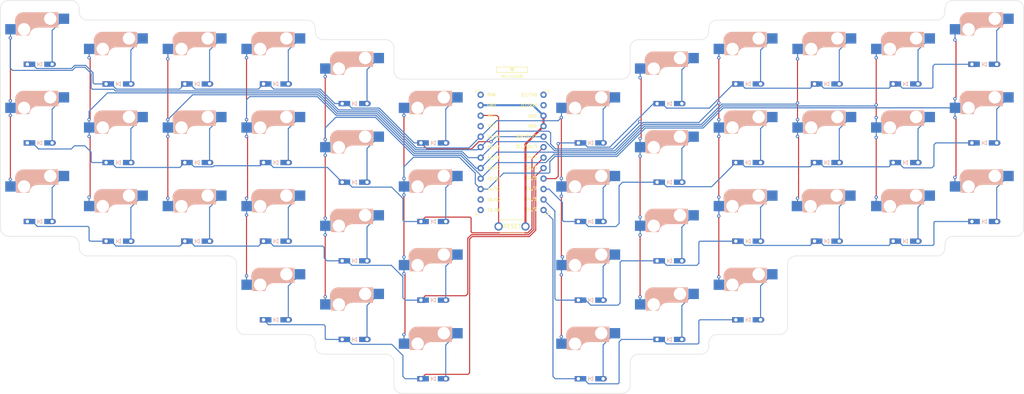
<source format=kicad_pcb>
(kicad_pcb (version 20221018) (generator pcbnew)
  (layers (0 "F.Cu" signal) (31 "B.Cu" signal) (34 "B.Paste" user) (35 "F.Paste" user) (36 "B.SilkS" user "B.Silkscreen") (37 "F.SilkS" user "F.Silkscreen") (38 "B.Mask" user) (39 "F.Mask" user) (44 "Edge.Cuts" user))
  (net 0 "")
  (net 1 "ROW0")
  (net 2 "Net-(D1-A)")
  (net 3 "Net-(D2-A)")
  (net 4 "Net-(D3-A)")
  (net 5 "Net-(D4-A)")
  (net 6 "Net-(D5-A)")
  (net 7 "Net-(D6-A)")
  (net 8 "ROW1")
  (net 9 "Net-(D7-A)")
  (net 10 "Net-(D8-A)")
  (net 11 "Net-(D9-A)")
  (net 12 "Net-(D10-A)")
  (net 13 "Net-(D11-A)")
  (net 14 "Net-(D12-A)")
  (net 15 "ROW2")
  (net 16 "Net-(D13-A)")
  (net 17 "Net-(D14-A)")
  (net 18 "Net-(D15-A)")
  (net 19 "Net-(D16-A)")
  (net 20 "Net-(D17-A)")
  (net 21 "Net-(D18-A)")
  (net 22 "ROW3")
  (net 23 "Net-(D19-A)")
  (net 24 "Net-(D20-A)")
  (net 25 "Net-(D21-A)")
  (net 26 "ROW4")
  (net 27 "Net-(D22-A)")
  (net 28 "Net-(D23-A)")
  (net 29 "Net-(D24-A)")
  (net 30 "Net-(D25-A)")
  (net 31 "Net-(D26-A)")
  (net 32 "Net-(D27-A)")
  (net 33 "ROW5")
  (net 34 "Net-(D28-A)")
  (net 35 "Net-(D29-A)")
  (net 36 "Net-(D30-A)")
  (net 37 "Net-(D31-A)")
  (net 38 "Net-(D32-A)")
  (net 39 "Net-(D33-A)")
  (net 40 "ROW6")
  (net 41 "Net-(D34-A)")
  (net 42 "Net-(D35-A)")
  (net 43 "Net-(D36-A)")
  (net 44 "Net-(D37-A)")
  (net 45 "Net-(D38-A)")
  (net 46 "Net-(D39-A)")
  (net 47 "ROW7")
  (net 48 "Net-(D40-A)")
  (net 49 "Net-(D41-A)")
  (net 50 "Net-(D42-A)")
  (net 51 "Net-(U1-RST)")
  (net 52 "GND")
  (net 53 "COL0")
  (net 54 "COL1")
  (net 55 "COL2")
  (net 56 "COL3")
  (net 57 "COL4")
  (net 58 "COL5")
  (net 63 "VCC")
  (footprint "kbd:CherryMX_Hotswap" (layer "F.Cu") (at 171.45 73.3425)
    (fp_text reference "SW28" hide)
    (fp_text value "SW_PUSH" hide)
  )
  (footprint "kbd:spacer_m2" (layer "F.Cu") (at 47.625 44.7675)
    (fp_text reference "Ref**" hide)
    (fp_text value "Val**" hide)
  )
  (footprint "kbd:CherryMX_Hotswap" (layer "F.Cu") (at 190.5 44.7675)
    (fp_text reference "SW23" hide)
    (fp_text value "SW_PUSH" hide)
  )
  (footprint "kbd:CherryMX_Hotswap" (layer "F.Cu") (at 114.3 101.9175)
    (fp_text reference "SW20" hide)
    (fp_text value "SW_PUSH" hide)
  )
  (footprint "kbd:spacer_m2" (layer "F.Cu") (at 123.825 47.14875)
    (fp_text reference "Ref**" hide)
    (fp_text value "Val**" hide)
  )
  (footprint "kbd:CherryMX_Hotswap" (layer "F.Cu") (at 247.65 59.055)
    (fp_text reference "SW32" hide)
    (fp_text value "SW_PUSH" hide)
  )
  (footprint "kbd:CherryMX_Hotswap" (layer "F.Cu") (at 133.35 111.4425)
    (fp_text reference "SW21" hide)
    (fp_text value "SW_PUSH" hide)
  )
  (footprint "kbd:CherryMX_Hotswap" (layer "F.Cu") (at 76.2 59.055)
    (fp_text reference "SW9" hide)
    (fp_text value "SW_PUSH" hide)
  )
  (footprint "kbd:CherryMX_Hotswap" (layer "F.Cu") (at 57.15 59.055)
    (fp_text reference "SW8" hide)
    (fp_text value "SW_PUSH" hide)
  )
  (footprint "kbd:spacer_m2" (layer "F.Cu") (at 180.975 103.108125)
    (fp_text reference "Ref**" hide)
    (fp_text value "Val**" hide)
  )
  (footprint "kbd:CherryMX_Hotswap" (layer "F.Cu") (at 57.15 78.105)
    (fp_text reference "SW14" hide)
    (fp_text value "SW_PUSH" hide)
  )
  (footprint "kbd:spacer_m2" (layer "F.Cu") (at 47.625 63.8175)
    (fp_text reference "Ref**" hide)
    (fp_text value "Val**" hide)
  )
  (footprint "kbd:CherryMX_Hotswap" (layer "F.Cu") (at 171.45 92.3925)
    (fp_text reference "SW34" hide)
    (fp_text value "SW_PUSH" hide)
  )
  (footprint "kbd:spacer_m2" (layer "F.Cu") (at 85.725 68.58)
    (fp_text reference "Ref**" hide)
    (fp_text value "Val**" hide)
  )
  (footprint "kbd:CherryMX_Hotswap" (layer "F.Cu") (at 114.3 82.8675)
    (fp_text reference "SW17" hide)
    (fp_text value "SW_PUSH" hide)
  )
  (footprint "kbd:CherryMX_Hotswap" (layer "F.Cu") (at 209.55 97.155)
    (fp_text reference "SW42" hide)
    (fp_text value "SW_PUSH" hide)
  )
  (footprint "kbd:CherryMX_Hotswap" (layer "F.Cu") (at 133.35 92.3925)
    (fp_text reference "SW18" hide)
    (fp_text value "SW_PUSH" hide)
  )
  (footprint "kbd:CherryMX_Hotswap" (layer "F.Cu") (at 247.65 78.105)
    (fp_text reference "SW38" hide)
    (fp_text value "SW_PUSH" hide)
  )
  (footprint "kbd:CherryMX_Hotswap" (layer "F.Cu") (at 171.45 111.4425)
    (fp_text reference "SW40" hide)
    (fp_text value "SW_PUSH" hide)
  )
  (footprint "kbd:CherryMX_Hotswap" (layer "F.Cu") (at 228.44125 78.105)
    (fp_text reference "SW37" hide)
    (fp_text value "SW_PUSH" hide)
  )
  (footprint "kbd:CherryMX_Hotswap" (layer "F.Cu") (at 247.65 40.005)
    (fp_text reference "SW26" hide)
    (fp_text value "SW_PUSH" hide)
  )
  (footprint "kbd:CherryMX_Hotswap" (layer "F.Cu") (at 114.3 63.8175)
    (fp_text reference "SW11" hide)
    (fp_text value "SW_PUSH" hide)
  )
  (footprint "kbd:CherryMX_Hotswap" (layer "F.Cu") (at 133.35 73.3425)
    (fp_text reference "SW12" hide)
    (fp_text value "SW_PUSH" hide)
  )
  (footprint "kbd:CherryMX_Hotswap" (layer "F.Cu") (at 209.55 78.105)
    (fp_text reference "SW36" hide)
    (fp_text value "SW_PUSH" hide)
  )
  (footprint "kbd:CherryMX_Hotswap" (layer "F.Cu") (at 266.7 35.2425)
    (fp_text reference "SW27" hide)
    (fp_text value "SW_PUSH" hide)
  )
  (footprint "kbd:spacer_m2" (layer "F.Cu") (at 123.825 103.108125)
    (fp_text reference "Ref**" hide)
    (fp_text value "Val**" hide)
  )
  (footprint "kbd:CherryMX_Hotswap" (layer "F.Cu") (at 228.6 40.005)
    (fp_text reference "SW25" hide)
    (fp_text value "SW_PUSH" hide)
  )
  (footprint "kbd:CherryMX_Hotswap" (layer "F.Cu") (at 114.3 44.7675)
    (fp_text reference "SW5" hide)
    (fp_text value "SW_PUSH" hide)
  )
  (footprint "kbd:CherryMX_Hotswap" (layer "F.Cu") (at 95.25 78.105)
    (fp_text reference "SW16" hide)
    (fp_text value "SW_PUSH" hide)
  )
  (footprint "kbd:CherryMX_Hotswap" (layer "F.Cu") (at 76.2 40.005)
    (fp_text reference "SW3" hide)
    (fp_text value "SW_PUSH" hide)
  )
  (footprint "kbd:CherryMX_Hotswap" (layer "F.Cu") (at 95.25 59.055)
    (fp_text reference "SW10" hide)
    (fp_text value "SW_PUSH" hide)
  )
  (footprint "kbd:spacer_m2" (layer "F.Cu") (at 219.075 68.58)
    (fp_text reference "Ref**" hide)
    (fp_text value "Val**" hide)
  )
  (footprint "kbd:CherryMX_Hotswap" (layer "F.Cu") (at 171.45 54.2925)
    (fp_text reference "SW22" hide)
    (fp_text value "SW_PUSH" hide)
  )
  (footprint "kbd:ResetSW_1side" (layer "F.Cu") (at 152.4 80.48625 180)
    (fp_text reference "RSSW0" hide)
    (fp_text value "RESETSW")
  )
  (footprint "kbd:spacer_m2" (layer "F.Cu") (at 257.175 44.7675)
    (fp_text reference "Ref**" hide)
    (fp_text value "Val**" hide)
  )
  (footprint "kbd:CherryMX_Hotswap" (layer "F.Cu") (at 266.7 54.2925)
    (fp_text reference "SW33" hide)
    (fp_text value "SW_PUSH" hide)
  )
  (footprint "kbd:CherryMX_Hotswap" (layer "F.Cu") (at 76.2 78.105)
    (fp_text reference "SW15" hide)
    (fp_text value "SW_PUSH" hide)
  )
  (footprint "kbd:ProMicro_v3" (layer "F.Cu") (at 152.4086 63.058)
    (fp_text reference "U1" hide)
    (fp_text value "ProMicro" hide)
  )
  (footprint "kbd:CherryMX_Hotswap" (layer "F.Cu") (at 209.55 59.055)
    (fp_text reference "SW30" hide)
    (fp_text value "SW_PUSH" hide)
  )
  (footprint "kbd:CherryMX_Hotswap" (layer "F.Cu") (at 38.1 73.3425)
    (fp_text reference "SW13" hide)
    (fp_text value "SW_PUSH" hide)
  )
  (footprint "kbd:CherryMX_Hotswap" (layer "F.Cu") (at 95.25 97.155)
    (fp_text reference "SW19" hide)
    (fp_text value "SW_PUSH" hide)
  )
  (footprint "kbd:CherryMX_Hotswap" (layer "F.Cu") (at 190.5 82.8675)
    (fp_text reference "SW35" hide)
    (fp_text value "SW_PUSH" hide)
  )
  (footprint "kbd:CherryMX_Hotswap" (layer "F.Cu") (at 190.5 63.8175)
    (fp_text reference "SW29" hide)
    (fp_text value "SW_PUSH" hide)
  )
  (footprint "kbd:CherryMX_Hotswap" (layer "F.Cu") (at 38.1 35.2425)
    (fp_text reference "SW1" hide)
    (fp_text value "SW_PUSH" hide)
  )
  (footprint "kbd:CherryMX_Hotswap" (layer "F.Cu") (at 190.5 101.9175)
    (fp_text reference "SW41" hide)
    (fp_text value "SW_PUSH" hide)
  )
  (footprint "kbd:spacer_m2" (layer "F.Cu") (at 180.975 47.14875)
    (fp_text reference "Ref**" hide)
    (fp_text value "Val**" hide)
  )
  (footprint "kbd:CherryMX_Hotswap" (layer "F.Cu") (at 95.25 40.005)
    (fp_text reference "SW4" hide)
    (fp_text value "SW_PUSH" hide)
  )
  (footprint "kbd:CherryMX_Hotswap" (layer "F.Cu") (at 38.1 54.2925)
    (fp_text reference "SW7" hide)
    (fp_text value "SW_PUSH" hide)
  )
  (footprint "kbd:CherryMX_Hotswap" (layer "F.Cu") (at 133.35 54.2925)
    (fp_text reference "SW6" hide)
    (fp_text value "SW_PUSH" hide)
  )
  (footprint "kbd:CherryMX_Hotswap" (layer "F.Cu") (at 266.7 73.3425)
    (fp_text reference "SW39" hide)
    (fp_text value "SW_PUSH" hide)
  )
  (footprint "kbd:CherryMX_Hotswap" (layer "F.Cu") (at 209.55 40.005)
    (fp_text reference "SW24" hide)
    (fp_text value "SW_PUSH" hide)
  )
  (footprint "kbd:CherryMX_Hotswap" (layer "F.Cu") (at 57.15 40.005)
    (fp_text reference "SW2" hide)
    (fp_text value "SW_PUSH" hide)
  )
  (footprint "kbd:CherryMX_Hotswap" (layer "F.Cu") (at 228.6 59.055)
    (fp_text reference "SW31" hide)
    (fp_text value "SW_PUSH" hide)
  )
  (footprint "kbd:spacer_m2" (layer "F.Cu") (at 257.175 63.8175)
    (fp_text reference "Ref**" hide)
    (fp_text value "Val**" hide)
  )
  (footprint "kbd:D3_TH_SMD_v2" (layer "B.Cu") (at 76.2 84.058125)
    (fp_text reference "D15" hide)
    (fp_text value "1N4148W" hide)
  )
  (footprint "kbd:D3_TH_SMD_v2" (layer "B.Cu") (at 76.2 45.958125)
    (fp_text reference "D3" hide)
    (fp_text value "1N4148W" hide)
  )
  (footprint "kbd:D3_TH_SMD_v2" (layer "B.Cu") (at 228.6 45.958125)
    (fp_text reference "D25" hide)
    (fp_text value "1N4148W" hide)
  )
  (footprint "kbd:D3_TH_SMD_v2" (layer "B.Cu") (at 171.45 60.245625)
    (fp_text reference "D22" hide)
    (fp_text value "1N4148W" hide)
  )
  (footprint "kbd:D3_TH_SMD_v2" (layer "B.Cu") (at 133.35 98.345625)
    (fp_text reference "D18" hide)
    (fp_text value "1N4148W" hide)
  )
  (footprint "kbd:D3_TH_SMD_v2" (layer "B.Cu") (at 133.35 79.295625)
    (fp_text reference "D12" hide)
    (fp_text value "1N4148W" hide)
  )
  (footprint "kbd:D3_TH_SMD_v2" (layer "B.Cu") (at 133.35 117.395625)
    (fp_text reference "D21" hide)
    (fp_text value "1N4148W" hide)
  )
  (footprint "kbd:D3_TH_SMD_v2" (layer "B.Cu") (at 228.6 84.058125)
    (fp_text reference "D37" hide)
    (fp_text value "1N4148W" hide)
  )
  (footprint "kbd:D3_TH_SMD_v2" (layer "B.Cu") (at 266.7 41.195625)
    (fp_text reference "D27" hide)
    (fp_text value "1N4148W" hide)
  )
  (footprint "kbd:D3_TH_SMD_v2" (layer "B.Cu") (at 95.25 45.958125)
    (fp_text reference "D4" hide)
    (fp_text value "1N4148W" hide)
  )
  (footprint "kbd:D3_TH_SMD_v2" (layer "B.Cu") (at 171.45 98.345625)
    (fp_text reference "D34" hide)
    (fp_text value "1N4148W" hide)
  )
  (footprint "kbd:D3_TH_SMD_v2" (layer "B.Cu") (at 247.65 84.058125)
    (fp_text reference "D38" hide)
    (fp_text value "1N4148W" hide)
  )
  (footprint "kbd:D3_TH_SMD_v2" (layer "B.Cu") (at 38.1 79.295625)
    (fp_text reference "D13" hide)
    (fp_text value "1N4148W" hide)
  )
  (footprint "kbd:D3_TH_SMD_v2" (layer "B.Cu") (at 114.3 69.770625)
    (fp_text reference "D11" hide)
    (fp_text value "1N4148W" hide)
  )
  (footprint "kbd:D3_TH_SMD_v2" (layer "B.Cu") (at 190.5 88.820625)
    (fp_text reference "D35" hide)
    (fp_text value "1N4148W" hide)
  )
  (footprint "kbd:D3_TH_SMD_v2" (layer "B.Cu") (at 38.1 60.245625)
    (fp_text reference "D7" hide)
    (fp_text value "1N4148W" hide)
  )
  (footprint "kbd:D3_TH_SMD_v2" (layer "B.Cu") (at 209.55 84.058125)
    (fp_text reference "D36" hide)
    (fp_text value "1N4148W" hide)
  )
  (footprint "kbd:D3_TH_SMD_v2" (layer "B.Cu") (at 209.55 45.958125)
    (fp_text reference "D24" hide)
    (fp_text value "1N4148W" hide)
  )
  (footprint "kbd:D3_TH_SMD_v2" (layer "B.Cu") (at 57.15 84.058125)
    (fp_text reference "D14" hide)
    (fp_text value "1N4148W" hide)
  )
  (footprint "kbd:D3_TH_SMD_v2" (layer "B.Cu") (at 114.3 50.720625)
    (fp_text reference "D5" hide)
    (fp_text value "1N4148W" hide)
  )
  (footprint "kbd:D3_TH_SMD_v2" (layer "B.Cu") (at 95.25 84.058125)
    (fp_text reference "D16" hide)
    (fp_text value "1N4148W" hide)
  )
  (footprint "kbd:D3_TH_SMD_v2" (layer "B.Cu") (at 247.65 65.008125)
    (fp_text reference "D32" hide)
    (fp_text value "1N4148W" hide)
  )
  (footprint "kbd:D3_TH_SMD_v2" (layer "B.Cu") (at 114.3 88.820625)
    (fp_text reference "D17" hide)
    (fp_text value "1N4148W" hide)
  )
  (footprint "kbd:D3_TH_SMD_v2" (layer "B.Cu") (at 266.7 79.295625)
    (fp_text reference "D39" hide)
    (fp_text value "1N4148W" hide)
  )
  (footprint "kbd:D3_TH_SMD_v2" (layer "B.Cu") (at 209.55 65.008125)
    (fp_text reference "D30" hide)
    (fp_text value "1N4148W" hide)
  )
  (footprint "kbd:D3_TH_SMD_v2" (layer "B.Cu") (at 190.5 107.870625)
    (fp_text reference "D41" hide)
    (fp_text value "1N4148W" hide)
  )
  (footprint "kbd:D3_TH_SMD_v2" (layer "B.Cu") (at 171.45 79.295625)
    (fp_text reference "D28" hide)
    (fp_text value "1N4148W" hide)
  )
  (footprint "kbd:D3_TH_SMD_v2" (layer "B.Cu") (at 133.35 60.245625)
    (fp_text reference "D6" hide)
    (fp_text value "1N4148W" hide)
  )
  (footprint "kbd:D3_TH_SMD_v2" (layer "B.Cu") (at 114.3 107.870625)
    (fp_text reference "D20" hide)
    (fp_text value "1N4148W" hide)
  )
  (footprint "kbd:D3_TH_SMD_v2" (layer "B.Cu") (at 57.15 45.958125)
    (fp_text reference "D2" hide)
    (fp_text value "1N4148W" hide)
  )
  (footprint "kbd:D3_TH_SMD_v2" (layer "B.Cu") (at 228.6 65.008125)
    (fp_text reference "D31" hide)
    (fp_text value "1N4148W" hide)
  )
  (footprint "kbd:D3_TH_SMD_v2" (layer "B.Cu") (at 190.5 69.770625)
    (fp_text reference "D29" hide)
    (fp_text value "1N4148W" hide)
  )
  (footprint "kbd:D3_TH_SMD_v2" (layer "B.Cu") (at 209.55 103.108125)
    (fp_text reference "D42" hide)
    (fp_text value "1N4148W" hide)
  )
  (footprint "kbd:D3_TH_SMD_v2" (layer "B.Cu") (at 57.15 65.008125)
    (fp_text reference "D8" hide)
    (fp_text value "1N4148W" hide)
  )
  (footprint "kbd:D3_TH_SMD_v2" (layer "B.Cu") (at 95.25 103.108125)
    (fp_text reference "D19" hide)
    (fp_text value "1N4148W" hide)
  )
  (footprint "kbd:D3_TH_SMD_v2" (layer "B.Cu") (at 76.2 65.008125)
    (fp_text reference "D9" hide)
    (fp_text value "1N4148W" hide)
  )
  (footprint "kbd:D3_TH_SMD_v2" (layer "B.Cu") (at 266.7 60.245625)
    (fp_text reference "D33" hide)
    (fp_text value "1N4148W" hide)
  )
  (footprint "kbd:D3_TH_SMD_v2" (layer "B.Cu") (at 247.65 45.958125)
    (fp_text reference "D26" hide)
    (fp_text value "1N4148W" hide)
  )
  (footprint "kbd:D3_TH_SMD_v2" (layer "B.Cu") (at 190.5 50.720625)
    (fp_text reference "D23" hide)
    (fp_text value "1N4148W" hide)
  )
  (footprint "kbd:D3_TH_SMD_v2" (layer "B.Cu") (at 38.1 41.195625)
    (fp_text reference "D1" hide)
    (fp_text value "1N4148W" hide)
  )
  (footprint "kbd:D3_TH_SMD_v2" (layer "B.Cu") (at 171.45 117.395625)
    (fp_text reference "D40" hide)
    (fp_text value "1N4148W" hide)
  )
  (footprint "kbd:D3_TH_SMD_v2" (layer "B.Cu") (at 95.25 65.008125)
    (fp_text reference "D10" hide)
    (fp_text value "1N4148W" hide)
  )
  (gr_line (start 30.575 25.7175) (end 45.625 25.7175) (stroke (width 0.1)) (layer "Edge.Cuts"))
  (gr_line (start 219.075 89.63) (end 219.075 104.68) (stroke (width 0.1)) (layer "Edge.Cuts"))
  (gr_arc (start 45.625 82.8675) (mid 47.039214 83.453286) (end 47.625 84.8675) (stroke (width 0.1)) (layer "Edge.Cuts"))
  (gr_line (start 28.575 80.8675) (end 28.575 27.7175) (stroke (width 0.1)) (layer "Edge.Cuts"))
  (gr_arc (start 121.825 35.2425) (mid 123.239214 35.828286) (end 123.825 37.2425) (stroke (width 0.1)) (layer "Edge.Cuts"))
  (gr_arc (start 106.775 111.4425) (mid 105.360786 110.856714) (end 104.775 109.4425) (stroke (width 0.1)) (layer "Edge.Cuts"))
  (gr_line (start 106.775 35.2425) (end 121.825 35.2425) (stroke (width 0.1)) (layer "Edge.Cuts"))
  (gr_line (start 180.975 113.4425) (end 180.975 118.9675) (stroke (width 0.1)) (layer "Edge.Cuts"))
  (gr_arc (start 102.775 106.68) (mid 104.189214 107.265786) (end 104.775 108.68) (stroke (width 0.1)) (layer "Edge.Cuts"))
  (gr_arc (start 200.025 108.68) (mid 200.610786 107.265786) (end 202.025 106.68) (stroke (width 0.1)) (layer "Edge.Cuts"))
  (gr_line (start 255.175 87.63) (end 221.075 87.63) (stroke (width 0.1)) (layer "Edge.Cuts"))
  (gr_line (start 200.025 33.2425) (end 200.025 32.48) (stroke (width 0.1)) (layer "Edge.Cuts"))
  (gr_arc (start 125.825 44.7675) (mid 124.410786 44.181714) (end 123.825 42.7675) (stroke (width 0.1)) (layer "Edge.Cuts"))
  (gr_arc (start 257.175 28.48) (mid 256.589214 29.894214) (end 255.175 30.48) (stroke (width 0.1)) (layer "Edge.Cuts"))
  (gr_arc (start 276.225 80.8675) (mid 275.639214 82.281714) (end 274.225 82.8675) (stroke (width 0.1)) (layer "Edge.Cuts"))
  (gr_line (start 49.625 30.48) (end 102.775 30.48) (stroke (width 0.1)) (layer "Edge.Cuts"))
  (gr_line (start 276.225 27.7175) (end 276.225 80.8675) (stroke (width 0.1)) (layer "Edge.Cuts"))
  (gr_arc (start 180.975 42.7675) (mid 180.389214 44.181714) (end 178.975 44.7675) (stroke (width 0.1)) (layer "Edge.Cuts"))
  (gr_line (start 47.625 27.7175) (end 47.625 28.48) (stroke (width 0.1)) (layer "Edge.Cuts"))
  (gr_line (start 45.625 82.8675) (end 30.575 82.8675) (stroke (width 0.1)) (layer "Edge.Cuts"))
  (gr_arc (start 257.175 85.63) (mid 256.589214 87.044214) (end 255.175 87.63) (stroke (width 0.1)) (layer "Edge.Cuts"))
  (gr_arc (start 274.225 25.7175) (mid 275.639214 26.303286) (end 276.225 27.7175) (stroke (width 0.1)) (layer "Edge.Cuts"))
  (gr_arc (start 45.625 25.7175) (mid 47.039214 26.303286) (end 47.625 27.7175) (stroke (width 0.1)) (layer "Edge.Cuts"))
  (gr_arc (start 49.625 87.63) (mid 48.210786 87.044214) (end 47.625 85.63) (stroke (width 0.1)) (layer "Edge.Cuts"))
  (gr_line (start 104.775 109.4425) (end 104.775 108.68) (stroke (width 0.1)) (layer "Edge.Cuts"))
  (gr_line (start 217.075 106.68) (end 202.025 106.68) (stroke (width 0.1)) (layer "Edge.Cuts"))
  (gr_arc (start 219.075 89.63) (mid 219.660786 88.215786) (end 221.075 87.63) (stroke (width 0.1)) (layer "Edge.Cuts"))
  (gr_arc (start 49.625 30.48) (mid 48.210786 29.894214) (end 47.625 28.48) (stroke (width 0.1)) (layer "Edge.Cuts"))
  (gr_line (start 85.725 104.68) (end 85.725 89.63) (stroke (width 0.1)) (layer "Edge.Cuts"))
  (gr_line (start 202.025 30.48) (end 255.175 30.48) (stroke (width 0.1)) (layer "Edge.Cuts"))
  (gr_arc (start 200.025 32.48) (mid 200.610786 31.065786) (end 202.025 30.48) (stroke (width 0.1)) (layer "Edge.Cuts"))
  (gr_arc (start 28.575 27.7175) (mid 29.160786 26.303286) (end 30.575 25.7175) (stroke (width 0.1)) (layer "Edge.Cuts"))
  (gr_arc (start 200.025 33.2425) (mid 199.439214 34.656714) (end 198.025 35.2425) (stroke (width 0.1)) (layer "Edge.Cuts"))
  (gr_line (start 104.775 32.48) (end 104.775 33.2425) (stroke (width 0.1)) (layer "Edge.Cuts"))
  (gr_arc (start 200.025 109.4425) (mid 199.439214 110.856714) (end 198.025 111.4425) (stroke (width 0.1)) (layer "Edge.Cuts"))
  (gr_line (start 102.775 106.68) (end 87.725 106.68) (stroke (width 0.1)) (layer "Edge.Cuts"))
  (gr_arc (start 180.975 37.2425) (mid 181.560786 35.828286) (end 182.975 35.2425) (stroke (width 0.1)) (layer "Edge.Cuts"))
  (gr_arc (start 87.725 106.68) (mid 86.310786 106.094214) (end 85.725 104.68) (stroke (width 0.1)) (layer "Edge.Cuts"))
  (gr_line (start 182.975 35.2425) (end 198.025 35.2425) (stroke (width 0.1)) (layer "Edge.Cuts"))
  (gr_arc (start 257.175 84.8675) (mid 257.760786 83.453286) (end 259.175 82.8675) (stroke (width 0.1)) (layer "Edge.Cuts"))
  (gr_arc (start 257.175 27.7175) (mid 257.760786 26.303286) (end 259.175 25.7175) (stroke (width 0.1)) (layer "Edge.Cuts"))
  (gr_line (start 198.025 111.4425) (end 182.975 111.4425) (stroke (width 0.1)) (layer "Edge.Cuts"))
  (gr_line (start 123.825 37.2425) (end 123.825 42.7675) (stroke (width 0.1)) (layer "Edge.Cuts"))
  (gr_arc (start 102.775 30.48) (mid 104.189214 31.065786) (end 104.775 32.48) (stroke (width 0.1)) (layer "Edge.Cuts"))
  (gr_line (start 47.625 85.63) (end 47.625 84.8675) (stroke (width 0.1)) (layer "Edge.Cuts"))
  (gr_arc (start 30.575 82.8675) (mid 29.160786 82.281714) (end 28.575 80.8675) (stroke (width 0.1)) (layer "Edge.Cuts"))
  (gr_arc (start 125.825 120.9675) (mid 124.410786 120.381714) (end 123.825 118.9675) (stroke (width 0.1)) (layer "Edge.Cuts"))
  (gr_line (start 178.975 120.9675) (end 125.825 120.9675) (stroke (width 0.1)) (layer "Edge.Cuts"))
  (gr_line (start 257.175 84.8675) (end 257.175 85.63) (stroke (width 0.1)) (layer "Edge.Cuts"))
  (gr_line (start 200.025 108.68) (end 200.025 109.4425) (stroke (width 0.1)) (layer "Edge.Cuts"))
  (gr_line (start 121.825 111.4425) (end 106.775 111.4425) (stroke (width 0.1)) (layer "Edge.Cuts"))
  (gr_line (start 180.975 42.7675) (end 180.975 37.2425) (stroke (width 0.1)) (layer "Edge.Cuts"))
  (gr_line (start 123.825 118.9675) (end 123.825 113.4425) (stroke (width 0.1)) (layer "Edge.Cuts"))
  (gr_arc (start 83.725 87.63) (mid 85.139214 88.215786) (end 85.725 89.63) (stroke (width 0.1)) (layer "Edge.Cuts"))
  (gr_arc (start 106.775 35.2425) (mid 105.360786 34.656714) (end 104.775 33.2425) (stroke (width 0.1)) (layer "Edge.Cuts"))
  (gr_line (start 83.725 87.63) (end 49.625 87.63) (stroke (width 0.1)) (layer "Edge.Cuts"))
  (gr_line (start 259.175 25.7175) (end 274.225 25.7175) (stroke (width 0.1)) (layer "Edge.Cuts"))
  (gr_arc (start 121.825 111.4425) (mid 123.239214 112.028286) (end 123.825 113.4425) (stroke (width 0.1)) (layer "Edge.Cuts"))
  (gr_arc (start 180.975 118.9675) (mid 180.389214 120.381714) (end 178.975 120.9675) (stroke (width 0.1)) (layer "Edge.Cuts"))
  (gr_line (start 125.825 44.7675) (end 178.975 44.7675) (stroke (width 0.1)) (layer "Edge.Cuts"))
  (gr_line (start 257.175 28.48) (end 257.175 27.7175) (stroke (width 0.1)) (layer "Edge.Cuts"))
  (gr_arc (start 180.975 113.4425) (mid 181.560786 112.028286) (end 182.975 111.4425) (stroke (width 0.1)) (layer "Edge.Cuts"))
  (gr_arc (start 219.075 104.68) (mid 218.489214 106.094214) (end 217.075 106.68) (stroke (width 0.1)) (layer "Edge.Cuts"))
  (gr_line (start 274.225 82.8675) (end 259.175 82.8675) (stroke (width 0.1)) (layer "Edge.Cuts"))
  (segment (start 131.826375 61.722) (end 130.35 60.245625) (width 0.25) (layer "F.Cu") (net 1))
  (segment (start 144.36725 59.944) (end 142.58925 61.722) (width 0.25) (layer "F.Cu") (net 1))
  (segment (start 147.32 59.944) (end 144.36725 59.944) (width 0.25) (layer "F.Cu") (net 1))
  (segment (start 142.58925 61.722) (end 131.826375 61.722) (width 0.25) (layer "F.Cu") (net 1))
  (via (at 147.32 59.944) (size 0.8) (drill 0.4) (layers "F.Cu" "B.Cu") (net 1))
  (segment (start 36.325 41.195625) (end 37.351375 42.222) (width 0.25) (layer "B.Cu") (net 1))
  (segment (start 94.738875 47.222) (end 106.024396 47.222) (width 0.25) (layer "B.Cu") (net 1))
  (segment (start 148.524 58.74) (end 160.02 58.74) (width 0.25) (layer "B.Cu") (net 1))
  (segment (start 50.996 43.247604) (end 50.996 45.662) (width 0.25) (layer "B.Cu") (net 1))
  (segment (start 71.936125 47.222) (end 73.2 45.958125) (width 0.25) (layer "B.Cu") (net 1))
  (segment (start 56.638875 47.222) (end 71.936125 47.222) (width 0.25) (layer "B.Cu") (net 1))
  (segment (start 147.32 59.944) (end 148.524 58.74) (width 0.25) (layer "B.Cu") (net 1))
  (segment (start 50.996 45.662) (end 51.292125 45.958125) (width 0.25) (layer "B.Cu") (net 1))
  (segment (start 74.425 45.958125) (end 75.688875 47.222) (width 0.25) (layer "B.Cu") (net 1))
  (segment (start 90.986125 47.222) (end 92.25 45.958125) (width 0.25) (layer "B.Cu") (net 1))
  (segment (start 128.700021 60.245625) (end 130.35 60.245625) (width 0.25) (layer "B.Cu") (net 1))
  (segment (start 106.024396 47.222) (end 109.523021 50.720625) (width 0.25) (layer "B.Cu") (net 1))
  (segment (start 46.549604 41.46) (end 49.208396 41.46) (width 0.25) (layer "B.Cu") (net 1))
  (segment (start 109.523021 50.720625) (end 111.3 50.720625) (width 0.25) (layer "B.Cu") (net 1))
  (segment (start 49.208396 41.46) (end 50.996 43.247604) (width 0.25) (layer "B.Cu") (net 1))
  (segment (start 112.525 50.720625) (end 113.620375 51.816) (width 0.25) (layer "B.Cu") (net 1))
  (segment (start 75.688875 47.222) (end 90.986125 47.222) (width 0.25) (layer "B.Cu") (net 1))
  (segment (start 113.620375 51.816) (end 120.270396 51.816) (width 0.25) (layer "B.Cu") (net 1))
  (segment (start 51.292125 45.958125) (end 54.15 45.958125) (width 0.25) (layer "B.Cu") (net 1))
  (segment (start 45.787604 42.222) (end 46.549604 41.46) (width 0.25) (layer "B.Cu") (net 1))
  (segment (start 120.270396 51.816) (end 128.700021 60.245625) (width 0.25) (layer "B.Cu") (net 1))
  (segment (start 37.351375 42.222) (end 45.787604 42.222) (width 0.25) (layer "B.Cu") (net 1))
  (segment (start 93.475 45.958125) (end 94.738875 47.222) (width 0.25) (layer "B.Cu") (net 1))
  (segment (start 55.375 45.958125) (end 56.638875 47.222) (width 0.25) (layer "B.Cu") (net 1))
  (segment (start 41.1 33.0045) (end 41.1 41.195625) (width 0.25) (layer "B.Cu") (net 2))
  (segment (start 43.942 30.1625) (end 41.1 33.0045) (width 0.25) (layer "B.Cu") (net 2))
  (segment (start 62.967 34.925) (end 60.15 37.742) (width 0.25) (layer "B.Cu") (net 3))
  (segment (start 60.15 37.742) (end 60.15 45.958125) (width 0.25) (layer "B.Cu") (net 3))
  (segment (start 62.992 34.925) (end 62.967 34.925) (width 0.25) (layer "B.Cu") (net 3))
  (segment (start 82.042 34.925) (end 79.2 37.767) (width 0.25) (layer "B.Cu") (net 4))
  (segment (start 79.2 37.767) (end 79.2 45.958125) (width 0.25) (layer "B.Cu") (net 4))
  (segment (start 101.092 34.925) (end 98.25 37.767) (width 0.25) (layer "B.Cu") (net 5))
  (segment (start 98.25 37.767) (end 98.25 45.958125) (width 0.25) (layer "B.Cu") (net 5))
  (segment (start 120.117 39.6875) (end 117.3 42.5045) (width 0.25) (layer "B.Cu") (net 6))
  (segment (start 117.3 42.5045) (end 117.3 50.720625) (width 0.25) (layer "B.Cu") (net 6))
  (segment (start 120.142 39.6875) (end 120.117 39.6875) (width 0.25) (layer "B.Cu") (net 6))
  (segment (start 139.167 49.2125) (end 136.35 52.0295) (width 0.25) (layer "B.Cu") (net 7))
  (segment (start 139.192 49.2125) (end 139.167 49.2125) (width 0.25) (layer "B.Cu") (net 7))
  (segment (start 136.35 52.0295) (end 136.35 60.245625) (width 0.25) (layer "B.Cu") (net 7))
  (segment (start 157.226 64.074) (end 157.226 81.032042) (width 0.25) (layer "F.Cu") (net 8))
  (segment (start 156.216042 82.042) (end 142.748 82.042) (width 0.25) (layer "F.Cu") (net 8))
  (segment (start 160.02 61.28) (end 157.226 64.074) (width 0.25) (layer "F.Cu") (net 8))
  (segment (start 142.24 78.232) (end 131.413625 78.232) (width 0.25) (layer "F.Cu") (net 8))
  (segment (start 157.226 81.032042) (end 156.216042 82.042) (width 0.25) (layer "F.Cu") (net 8))
  (segment (start 142.494 81.788) (end 142.494 78.486) (width 0.25) (layer "F.Cu") (net 8))
  (segment (start 142.748 82.042) (end 142.494 81.788) (width 0.25) (layer "F.Cu") (net 8))
  (segment (start 142.494 78.486) (end 142.24 78.232) (width 0.25) (layer "F.Cu") (net 8))
  (segment (start 131.413625 78.232) (end 130.35 79.295625) (width 0.25) (layer "F.Cu") (net 8))
  (segment (start 72.009375 66.19875) (end 73.2 65.008125) (width 0.25) (layer "B.Cu") (net 8))
  (segment (start 75.456875 66.04) (end 80.01 66.04) (width 0.25) (layer "B.Cu") (net 8))
  (segment (start 46.482 60.96) (end 49.022 60.96) (width 0.25) (layer "B.Cu") (net 8))
  (segment (start 123.24875 70.96125) (end 125.984 73.6965) (width 0.25) (layer "B.Cu") (net 8))
  (segment (start 74.425 65.008125) (end 75.456875 66.04) (width 0.25) (layer "B.Cu") (net 8))
  (segment (start 80.264 65.786) (end 91.472125 65.786) (width 0.25) (layer "B.Cu") (net 8))
  (segment (start 125.984 73.6965) (end 125.984 78.994) (width 0.25) (layer "B.Cu") (net 8))
  (segment (start 107.728125 66.19875) (end 111.3 69.770625) (width 0.25) (layer "B.Cu") (net 8))
  (segment (start 36.325 60.245625) (end 37.801375 61.722) (width 0.25) (layer "B.Cu") (net 8))
  (segment (start 50.546 62.484) (end 50.546 64.77) (width 0.25) (layer "B.Cu") (net 8))
  (segment (start 93.475 65.008125) (end 94.665625 66.19875) (width 0.25) (layer "B.Cu") (net 8))
  (segment (start 125.984 78.994) (end 126.285625 79.295625) (width 0.25) (layer "B.Cu") (net 8))
  (segment (start 50.784125 65.008125) (end 54.15 65.008125) (width 0.25) (layer "B.Cu") (net 8))
  (segment (start 91.472125 65.786) (end 92.25 65.008125) (width 0.25) (layer "B.Cu") (net 8))
  (segment (start 94.665625 66.19875) (end 107.728125 66.19875) (width 0.25) (layer "B.Cu") (net 8))
  (segment (start 80.01 66.04) (end 80.264 65.786) (width 0.25) (layer "B.Cu") (net 8))
  (segment (start 55.375 65.008125) (end 56.565625 66.19875) (width 0.25) (layer "B.Cu") (net 8))
  (segment (start 126.285625 79.295625) (end 130.35 79.295625) (width 0.25) (layer "B.Cu") (net 8))
  (segment (start 56.565625 66.19875) (end 72.009375 66.19875) (width 0.25) (layer "B.Cu") (net 8))
  (segment (start 50.546 64.77) (end 50.784125 65.008125) (width 0.25) (layer "B.Cu") (net 8))
  (segment (start 45.72 61.722) (end 46.482 60.96) (width 0.25) (layer "B.Cu") (net 8))
  (segment (start 112.525 69.770625) (end 113.715625 70.96125) (width 0.25) (layer "B.Cu") (net 8))
  (segment (start 113.715625 70.96125) (end 123.24875 70.96125) (width 0.25) (layer "B.Cu") (net 8))
  (segment (start 49.022 60.96) (end 50.546 62.484) (width 0.25) (layer "B.Cu") (net 8))
  (segment (start 37.801375 61.722) (end 45.72 61.722) (width 0.25) (layer "B.Cu") (net 8))
  (segment (start 41.1 52.0545) (end 41.1 60.245625) (width 0.25) (layer "B.Cu") (net 9))
  (segment (start 43.942 49.2125) (end 41.1 52.0545) (width 0.25) (layer "B.Cu") (net 9))
  (segment (start 60.15 56.817) (end 60.15 65.008125) (width 0.25) (layer "B.Cu") (net 10))
  (segment (start 62.992 53.975) (end 60.15 56.817) (width 0.25) (layer "B.Cu") (net 10))
  (segment (start 82.042 53.975) (end 79.2 56.817) (width 0.25) (layer "B.Cu") (net 11))
  (segment (start 79.2 56.817) (end 79.2 65.008125) (width 0.25) (layer "B.Cu") (net 11))
  (segment (start 98.25 56.792) (end 98.25 65.008125) (width 0.25) (layer "B.Cu") (net 12))
  (segment (start 101.092 53.975) (end 101.067 53.975) (width 0.25) (layer "B.Cu") (net 12))
  (segment (start 101.067 53.975) (end 98.25 56.792) (width 0.25) (layer "B.Cu") (net 12))
  (segment (start 117.3 61.5795) (end 117.3 69.770625) (width 0.25) (layer "B.Cu") (net 13))
  (segment (start 120.142 58.7375) (end 117.3 61.5795) (width 0.25) (layer "B.Cu") (net 13))
  (segment (start 139.192 68.2625) (end 136.35 71.1045) (width 0.25) (layer "B.Cu") (net 14))
  (segment (start 136.35 71.1045) (end 136.35 79.295625) (width 0.25) (layer "B.Cu") (net 14))
  (segment (start 141.684375 96.821625) (end 141.224 97.282) (width 0.25) (layer "F.Cu") (net 15))
  (segment (start 131.413625 97.282) (end 130.35 98.345625) (width 0.25) (layer "F.Cu") (net 15))
  (segment (start 141.224 97.282) (end 131.413625 97.282) (width 0.25) (layer "F.Cu") (net 15))
  (segment (start 142.552 82.492) (end 141.684375 83.359625) (width 0.25) (layer "F.Cu") (net 15))
  (segment (start 156.402438 82.492) (end 142.552 82.492) (width 0.25) (layer "F.Cu") (net 15))
  (segment (start 141.684375 83.359625) (end 141.684375 96.821625) (width 0.25) (layer "F.Cu") (net 15))
  (segment (start 157.676 81.218438) (end 156.402438 82.492) (width 0.25) (layer "F.Cu") (net 15))
  (segment (start 157.676 66.164) (end 157.676 81.218438) (width 0.25) (layer "F.Cu") (net 15))
  (segment (start 160.02 63.82) (end 157.676 66.164) (width 0.25) (layer "F.Cu") (net 15))
  (segment (start 125.937695 92.673) (end 125.947 92.673) (width 0.25) (layer "B.Cu") (net 15))
  (segment (start 93.525 84.058125) (end 94.715625 85.24875) (width 0.25) (layer "B.Cu") (net 15))
  (segment (start 123.19 89.916) (end 125.513 92.239) (width 0.25) (layer "B.Cu") (net 15))
  (segment (start 106.934 88.138) (end 107.616625 88.820625) (width 0.25) (layer "B.Cu") (net 15))
  (segment (start 49.75225 80.48625) (end 50.038 80.772) (width 0.25) (layer "B.Cu") (net 15))
  (segment (start 36.325 79.295625) (end 37.515625 80.48625) (width 0.25) (layer "B.Cu") (net 15))
  (segment (start 112.525 88.820625) (end 113.620375 89.916) (width 0.25) (layer "B.Cu") (net 15))
  (segment (start 106.934 85.598) (end 106.934 88.138) (width 0.25) (layer "B.Cu") (net 15))
  (segment (start 50.276125 84.058125) (end 54.15 84.058125) (width 0.25) (layer "B.Cu") (net 15))
  (segment (start 50.038 80.772) (end 50.038 83.82) (width 0.25) (layer "B.Cu") (net 15))
  (segment (start 125.513 92.239) (end 125.513 92.248305) (width 0.25) (layer "B.Cu") (net 15))
  (segment (start 56.565625 85.24875) (end 72.009375 85.24875) (width 0.25) (layer "B.Cu") (net 15))
  (segment (start 113.620375 89.916) (end 123.19 89.916) (width 0.25) (layer "B.Cu") (net 15))
  (segment (start 125.513 92.248305) (end 125.937695 92.673) (width 0.25) (layer "B.Cu") (net 15))
  (segment (start 125.984 92.71) (end 125.984 97.79) (width 0.25) (layer "B.Cu") (net 15))
  (segment (start 91.059375 85.24875) (end 92.25 84.058125) (width 0.25) (layer "B.Cu") (net 15))
  (segment (start 75.615625 85.24875) (end 91.059375 85.24875) (width 0.25) (layer "B.Cu") (net 15))
  (segment (start 37.515625 80.48625) (end 49.75225 80.48625) (width 0.25) (layer "B.Cu") (net 15))
  (segment (start 74.425 84.058125) (end 75.615625 85.24875) (width 0.25) (layer "B.Cu") (net 15))
  (segment (start 55.375 84.058125) (end 56.565625 85.24875) (width 0.25) (layer "B.Cu") (net 15))
  (segment (start 106.58475 85.24875) (end 106.934 85.598) (width 0.25) (layer "B.Cu") (net 15))
  (segment (start 72.009375 85.24875) (end 73.2 84.058125) (width 0.25) (layer "B.Cu") (net 15))
  (segment (start 126.539625 98.345625) (end 130.35 98.345625) (width 0.25) (layer "B.Cu") (net 15))
  (segment (start 125.984 97.79) (end 126.539625 98.345625) (width 0.25) (layer "B.Cu") (net 15))
  (segment (start 93.475 84.058125) (end 93.525 84.058125) (width 0.25) (layer "B.Cu") (net 15))
  (segment (start 107.616625 88.820625) (end 111.3 88.820625) (width 0.25) (layer "B.Cu") (net 15))
  (segment (start 50.038 83.82) (end 50.276125 84.058125) (width 0.25) (layer "B.Cu") (net 15))
  (segment (start 94.715625 85.24875) (end 106.58475 85.24875) (width 0.25) (layer "B.Cu") (net 15))
  (segment (start 125.947 92.673) (end 125.984 92.71) (width 0.25) (layer "B.Cu") (net 15))
  (segment (start 41.1 71.0795) (end 41.1 79.295625) (width 0.25) (layer "B.Cu") (net 16))
  (segment (start 43.917 68.2625) (end 41.1 71.0795) (width 0.25) (layer "B.Cu") (net 16))
  (segment (start 43.942 68.2625) (end 43.917 68.2625) (width 0.25) (layer "B.Cu") (net 16))
  (segment (start 60.15 75.867) (end 60.15 84.058125) (width 0.25) (layer "B.Cu") (net 17))
  (segment (start 62.992 73.025) (end 60.15 75.867) (width 0.25) (layer "B.Cu") (net 17))
  (segment (start 82.042 73.025) (end 79.2 75.867) (width 0.25) (layer "B.Cu") (net 18))
  (segment (start 79.2 75.867) (end 79.2 84.058125) (width 0.25) (layer "B.Cu") (net 18))
  (segment (start 98.25 75.842) (end 98.25 84.058125) (width 0.25) (layer "B.Cu") (net 19))
  (segment (start 101.067 73.025) (end 98.25 75.842) (width 0.25) (layer "B.Cu") (net 19))
  (segment (start 101.092 73.025) (end 101.067 73.025) (width 0.25) (layer "B.Cu") (net 19))
  (segment (start 120.117 77.7875) (end 117.3 80.6045) (width 0.25) (layer "B.Cu") (net 20))
  (segment (start 117.3 80.6045) (end 117.3 88.820625) (width 0.25) (layer "B.Cu") (net 20))
  (segment (start 120.142 77.7875) (end 120.117 77.7875) (width 0.25) (layer "B.Cu") (net 20))
  (segment (start 139.192 87.3125) (end 136.35 90.1545) (width 0.25) (layer "B.Cu") (net 21))
  (segment (start 136.35 90.1545) (end 136.35 98.345625) (width 0.25) (layer "B.Cu") (net 21))
  (segment (start 158.126 81.404834) (end 156.588834 82.942) (width 0.25) (layer "F.Cu") (net 22))
  (segment (start 156.588834 82.942) (end 142.738396 82.942) (width 0.25) (layer "F.Cu") (net 22))
  (segment (start 160.02 66.36) (end 158.126 68.254) (width 0.25) (layer "F.Cu") (net 22))
  (segment (start 158.126 68.254) (end 158.126 81.404834) (width 0.25) (layer "F.Cu") (net 22))
  (segment (start 142.134375 83.546021) (end 142.134375 115.929625) (width 0.25) (layer "F.Cu") (net 22))
  (segment (start 142.134375 115.929625) (end 141.732 116.332) (width 0.25) (layer "F.Cu") (net 22))
  (segment (start 131.445188 116.332) (end 130.381563 117.395625) (width 0.25) (layer "F.Cu") (net 22))
  (segment (start 142.738396 82.942) (end 142.134375 83.546021) (width 0.25) (layer "F.Cu") (net 22))
  (segment (start 141.732 116.332) (end 131.445188 116.332) (width 0.25) (layer "F.Cu") (net 22))
  (segment (start 130.381563 117.395625) (end 130.35 117.395625) (width 0.25) (layer "F.Cu") (net 22))
  (segment (start 113.715625 109.06125) (end 123.28525 109.06125) (width 0.25) (layer "B.Cu") (net 22))
  (segment (start 123.28525 109.06125) (end 125.984 111.76) (width 0.25) (layer "B.Cu") (net 22))
  (segment (start 106.83875 104.29875) (end 107.188 104.648) (width 0.25) (layer "B.Cu") (net 22))
  (segment (start 125.984 111.76) (end 125.984 116.84) (width 0.25) (layer "B.Cu") (net 22))
  (segment (start 126.539625 117.395625) (end 130.35 117.395625) (width 0.25) (layer "B.Cu") (net 22))
  (segment (start 107.188 107.696) (end 107.362625 107.870625) (width 0.25) (layer "B.Cu") (net 22))
  (segment (start 93.440625 104.29875) (end 106.83875 104.29875) (width 0.25) (layer "B.Cu") (net 22))
  (segment (start 92.25 103.108125) (end 93.440625 104.29875) (width 0.25) (layer "B.Cu") (net 22))
  (segment (start 107.362625 107.870625) (end 111.3 107.870625) (width 0.25) (layer "B.Cu") (net 22))
  (segment (start 112.525 107.870625) (end 113.715625 109.06125) (width 0.25) (layer "B.Cu") (net 22))
  (segment (start 107.188 104.648) (end 107.188 107.696) (width 0.25) (layer "B.Cu") (net 22))
  (segment (start 125.984 116.84) (end 126.539625 117.395625) (width 0.25) (layer "B.Cu") (net 22))
  (segment (start 101.092 92.075) (end 98.25 94.917) (width 0.25) (layer "B.Cu") (net 23))
  (segment (start 98.25 94.917) (end 98.25 103.108125) (width 0.25) (layer "B.Cu") (net 23))
  (segment (start 117.3 99.6545) (end 117.3 107.870625) (width 0.25) (layer "B.Cu") (net 24))
  (segment (start 120.117 96.8375) (end 117.3 99.6545) (width 0.25) (layer "B.Cu") (net 24))
  (segment (start 120.142 96.8375) (end 120.117 96.8375) (width 0.25) (layer "B.Cu") (net 24))
  (segment (start 139.192 106.3625) (end 136.35 109.2045) (width 0.25) (layer "B.Cu") (net 25))
  (segment (start 136.35 109.2045) (end 136.35 117.395625) (width 0.25) (layer "B.Cu") (net 25))
  (segment (start 163.002 68.9) (end 160.02 68.9) (width 0.25) (layer "F.Cu") (net 26))
  (segment (start 163.576 68.326) (end 163.002 68.9) (width 0.25) (layer "F.Cu") (net 26))
  (segment (start 163.576 60.452) (end 163.576 68.326) (width 0.25) (layer "F.Cu") (net 26))
  (via (at 163.576 60.452) (size 0.8) (drill 0.4) (layers "F.Cu" "B.Cu") (net 26))
  (segment (start 226.825 45.958125) (end 227.856875 46.99) (width 0.25) (layer "B.Cu") (net 26))
  (segment (start 254.714375 41.195625) (end 263.7 41.195625) (width 0.25) (layer "B.Cu") (net 26))
  (segment (start 205.98918 45.958125) (end 206.55 45.958125) (width 0.25) (layer "B.Cu") (net 26))
  (segment (start 224.568125 46.99) (end 225.6 45.958125) (width 0.25) (layer "B.Cu") (net 26))
  (segment (start 163.782375 60.245625) (end 168.45 60.245625) (width 0.25) (layer "B.Cu") (net 26))
  (segment (start 207.775 45.958125) (end 208.806875 46.99) (width 0.25) (layer "B.Cu") (net 26))
  (segment (start 245.875 45.958125) (end 246.906875 46.99) (width 0.25) (layer "B.Cu") (net 26))
  (segment (start 227.856875 46.99) (end 243.618125 46.99) (width 0.25) (layer "B.Cu") (net 26))
  (segment (start 186.620284 50.720625) (end 187.5 50.720625) (width 0.25) (layer "B.Cu") (net 26))
  (segment (start 208.806875 46.99) (end 224.568125 46.99) (width 0.25) (layer "B.Cu") (net 26))
  (segment (start 246.906875 46.99) (end 254 46.99) (width 0.25) (layer "B.Cu") (net 26))
  (segment (start 189.820375 51.816) (end 200.131305 51.816) (width 0.25) (layer "B.Cu") (net 26))
  (segment (start 176.068909 61.272) (end 186.620284 50.720625) (width 0.25) (layer "B.Cu") (net 26))
  (segment (start 243.618125 46.99) (end 244.65 45.958125) (width 0.25) (layer "B.Cu") (net 26))
  (segment (start 200.131305 51.816) (end 205.98918 45.958125) (width 0.25) (layer "B.Cu") (net 26))
  (segment (start 170.701375 61.272) (end 176.068909 61.272) (width 0.25) (layer "B.Cu") (net 26))
  (segment (start 169.675 60.245625) (end 170.701375 61.272) (width 0.25) (layer "B.Cu") (net 26))
  (segment (start 254.254 46.736) (end 254.254 41.656) (width 0.25) (layer "B.Cu") (net 26))
  (segment (start 188.725 50.720625) (end 189.820375 51.816) (width 0.25) (layer "B.Cu") (net 26))
  (segment (start 163.576 60.452) (end 163.782375 60.245625) (width 0.25) (layer "B.Cu") (net 26))
  (segment (start 254 46.99) (end 254.254 46.736) (width 0.25) (layer "B.Cu") (net 26))
  (segment (start 254.254 41.656) (end 254.714375 41.195625) (width 0.25) (layer "B.Cu") (net 26))
  (segment (start 177.292 49.2125) (end 174.45 52.0545) (width 0.25) (layer "B.Cu") (net 27))
  (segment (start 174.45 52.0545) (end 174.45 60.245625) (width 0.25) (layer "B.Cu") (net 27))
  (segment (start 196.342 39.6875) (end 193.5 42.5295) (width 0.25) (layer "B.Cu") (net 28))
  (segment (start 193.5 42.5295) (end 193.5 50.720625) (width 0.25) (layer "B.Cu") (net 28))
  (segment (start 212.55 37.767) (end 212.55 45.958125) (width 0.25) (layer "B.Cu") (net 29))
  (segment (start 215.392 34.925) (end 212.55 37.767) (width 0.25) (layer "B.Cu") (net 29))
  (segment (start 234.442 34.925) (end 234.417 34.925) (width 0.25) (layer "B.Cu") (net 30))
  (segment (start 234.417 34.925) (end 231.6 37.742) (width 0.25) (layer "B.Cu") (net 30))
  (segment (start 231.6 37.742) (end 231.6 45.958125) (width 0.25) (layer "B.Cu") (net 30))
  (segment (start 253.492 34.925) (end 253.467 34.925) (width 0.25) (layer "B.Cu") (net 31))
  (segment (start 250.65 37.742) (end 250.65 45.958125) (width 0.25) (layer "B.Cu") (net 31))
  (segment (start 253.467 34.925) (end 250.65 37.742) (width 0.25) (layer "B.Cu") (net 31))
  (segment (start 272.542 30.1625) (end 269.7 33.0045) (width 0.25) (layer "B.Cu") (net 32))
  (segment (start 269.7 33.0045) (end 269.7 41.195625) (width 0.25) (layer "B.Cu") (net 32))
  (segment (start 178.308 70.612) (end 179.149375 69.770625) (width 0.25) (layer "B.Cu") (net 33))
  (segment (start 164.893625 79.295625) (end 164.592 78.994) (width 0.25) (layer "B.Cu") (net 33))
  (segment (start 177.546 80.518) (end 178.308 79.756) (width 0.25) (layer "B.Cu") (net 33))
  (segment (start 161.356 71.44) (end 160.02 71.44) (width 0.25) (layer "B.Cu") (net 33))
  (segment (start 254.508 60.706) (end 254.968375 60.245625) (width 0.25) (layer "B.Cu") (net 33))
  (segment (start 247.160875 66.294) (end 254 66.294) (width 0.25) (layer "B.Cu") (net 33))
  (segment (start 224.568125 66.04) (end 225.6 65.008125) (width 0.25) (layer "B.Cu") (net 33))
  (segment (start 226.825 65.008125) (end 227.856875 66.04) (width 0.25) (layer "B.Cu") (net 33))
  (segment (start 164.592 74.676) (end 161.356 71.44) (width 0.25) (layer "B.Cu") (net 33))
  (segment (start 208.806875 66.04) (end 224.568125 66.04) (width 0.25) (layer "B.Cu") (net 33))
  (segment (start 178.308 79.756) (end 178.308 70.612) (width 0.25) (layer "B.Cu") (net 33))
  (segment (start 170.897375 80.518) (end 177.546 80.518) (width 0.25) (layer "B.Cu") (net 33))
  (segment (start 164.592 78.994) (end 164.592 74.676) (width 0.25) (layer "B.Cu") (net 33))
  (segment (start 200.692125 70.866) (end 206.55 65.008125) (width 0.25) (layer "B.Cu") (net 33))
  (segment (start 189.820375 70.866) (end 200.692125 70.866) (width 0.25) (layer "B.Cu") (net 33))
  (segment (start 207.775 65.008125) (end 208.806875 66.04) (width 0.25) (layer "B.Cu") (net 33))
  (segment (start 227.856875 66.04) (end 243.618125 66.04) (width 0.25) (layer "B.Cu") (net 33))
  (segment (start 254 66.294) (end 254.508 65.786) (width 0.25) (layer "B.Cu") (net 33))
  (segment (start 188.725 69.770625) (end 189.820375 70.866) (width 0.25) (layer "B.Cu") (net 33))
  (segment (start 169.675 79.295625) (end 170.897375 80.518) (width 0.25) (layer "B.Cu") (net 33))
  (segment (start 179.149375 69.770625) (end 187.5 69.770625) (width 0.25) (layer "B.Cu") (net 33))
  (segment (start 243.618125 66.04) (end 244.65 65.008125) (width 0.25) (layer "B.Cu") (net 33))
  (segment (start 245.875 65.008125) (end 247.160875 66.294) (width 0.25) (layer "B.Cu") (net 33))
  (segment (start 254.508 65.786) (end 254.508 60.706) (width 0.25) (layer "B.Cu") (net 33))
  (segment (start 168.45 79.295625) (end 164.893625 79.295625) (width 0.25) (layer "B.Cu") (net 33))
  (segment (start 254.968375 60.245625) (end 263.7 60.245625) (width 0.25) (layer "B.Cu") (net 33))
  (segment (start 174.45 71.1045) (end 174.45 79.295625) (width 0.25) (layer "B.Cu") (net 34))
  (segment (start 177.292 68.2625) (end 174.45 71.1045) (width 0.25) (layer "B.Cu") (net 34))
  (segment (start 196.342 58.7375) (end 193.5 61.5795) (width 0.25) (layer "B.Cu") (net 35))
  (segment (start 193.5 61.5795) (end 193.5 69.770625) (width 0.25) (layer "B.Cu") (net 35))
  (segment (start 215.367 53.975) (end 212.55 56.792) (width 0.25) (layer "B.Cu") (net 36))
  (segment (start 212.55 56.792) (end 212.55 65.008125) (width 0.25) (layer "B.Cu") (net 36))
  (segment (start 215.392 53.975) (end 215.367 53.975) (width 0.25) (layer "B.Cu") (net 36))
  (segment (start 234.442 53.975) (end 231.6 56.817) (width 0.25) (layer "B.Cu") (net 37))
  (segment (start 231.6 56.817) (end 231.6 65.008125) (width 0.25) (layer "B.Cu") (net 37))
  (segment (start 253.492 53.975) (end 250.65 56.817) (width 0.25) (layer "B.Cu") (net 38))
  (segment (start 250.65 56.817) (end 250.65 65.008125) (width 0.25) (layer "B.Cu") (net 38))
  (segment (start 272.542 49.2125) (end 269.7 52.0545) (width 0.25) (layer "B.Cu") (net 39))
  (segment (start 269.7 52.0545) (end 269.7 60.245625) (width 0.25) (layer "B.Cu") (net 39))
  (segment (start 162.765 97.995) (end 163.115625 98.345625) (width 0.25) (layer "B.Cu") (net 40))
  (segment (start 206.55 84.058125) (end 197.881875 84.058125) (width 0.25) (layer "B.Cu") (net 40))
  (segment (start 178.562 89.154) (end 178.895375 88.820625) (width 0.25) (layer "B.Cu") (net 40))
  (segment (start 178.895375 88.820625) (end 187.5 88.820625) (width 0.25) (layer "B.Cu") (net 40))
  (segment (start 254.254 85.09) (end 246.906875 85.09) (width 0.25) (layer "B.Cu") (net 40))
  (segment (start 254.714375 79.295625) (end 254.508 79.502) (width 0.25) (layer "B.Cu") (net 40))
  (segment (start 246.906875 85.09) (end 245.875 84.058125) (width 0.25) (layer "B.Cu") (net 40))
  (segment (start 189.820375 89.916) (end 188.725 88.820625) (width 0.25) (layer "B.Cu") (net 40))
  (segment (start 163.115625 98.345625) (end 168.45 98.345625) (width 0.25) (layer "B.Cu") (net 40))
  (segment (start 169.675 98.345625) (end 170.227625 98.345625) (width 0.25) (layer "B.Cu") (net 40))
  (segment (start 224.568125 85.09) (end 208.806875 85.09) (width 0.25) (layer "B.Cu") (net 40))
  (segment (start 197.612 84.328) (end 197.612 89.408) (width 0.25) (layer "B.Cu") (net 40))
  (segment (start 178.054 99.568) (end 178.562 99.06) (width 0.25) (layer "B.Cu") (net 40))
  (segment (start 254.508 84.836) (end 254.254 85.09) (width 0.25) (layer "B.Cu") (net 40))
  (segment (start 162.765 76.725) (end 162.765 97.995) (width 0.25) (layer "B.Cu") (net 40))
  (segment (start 197.104 89.916) (end 189.820375 89.916) (width 0.25) (layer "B.Cu") (net 40))
  (segment (start 243.618125 85.09) (end 227.856875 85.09) (width 0.25) (layer "B.Cu") (net 40))
  (segment (start 244.65 84.058125) (end 243.618125 85.09) (width 0.25) (layer "B.Cu") (net 40))
  (segment (start 254.508 79.502) (end 254.508 84.836) (width 0.25) (layer "B.Cu") (net 40))
  (segment (start 197.881875 84.058125) (end 197.612 84.328) (width 0.25) (layer "B.Cu") (net 40))
  (segment (start 208.806875 85.09) (end 207.775 84.058125) (width 0.25) (layer "B.Cu") (net 40))
  (segment (start 225.6 84.058125) (end 224.568125 85.09) (width 0.25) (layer "B.Cu") (net 40))
  (segment (start 160.02 73.98) (end 162.765 76.725) (width 0.25) (layer "B.Cu") (net 40))
  (segment (start 171.45 99.568) (end 178.054 99.568) (width 0.25) (layer "B.Cu") (net 40))
  (segment (start 197.612 89.408) (end 197.104 89.916) (width 0.25) (layer "B.Cu") (net 40))
  (segment (start 170.227625 98.345625) (end 171.45 99.568) (width 0.25) (layer "B.Cu") (net 40))
  (segment (start 227.856875 85.09) (end 226.825 84.058125) (width 0.25) (layer "B.Cu") (net 40))
  (segment (start 263.7 79.295625) (end 254.714375 79.295625) (width 0.25) (layer "B.Cu") (net 40))
  (segment (start 178.562 99.06) (end 178.562 89.154) (width 0.25) (layer "B.Cu") (net 40))
  (segment (start 174.45 90.1545) (end 174.45 98.345625) (width 0.25) (layer "B.Cu") (net 41))
  (segment (start 177.292 87.3125) (end 174.45 90.1545) (width 0.25) (layer "B.Cu") (net 41))
  (segment (start 193.5 80.6295) (end 193.5 88.820625) (width 0.25) (layer "B.Cu") (net 42))
  (segment (start 196.342 77.7875) (end 193.5 80.6295) (width 0.25) (layer "B.Cu") (net 42))
  (segment (start 212.55 75.842) (end 212.55 84.058125) (width 0.25) (layer "B.Cu") (net 43))
  (segment (start 215.367 73.025) (end 212.55 75.842) (width 0.25) (layer "B.Cu") (net 43))
  (segment (start 215.392 73.025) (end 215.367 73.025) (width 0.25) (layer "B.Cu") (net 43))
  (segment (start 231.6 75.70825) (end 231.6 84.058125) (width 0.25) (layer "B.Cu") (net 44))
  (segment (start 234.28325 73.025) (end 231.6 75.70825) (width 0.25) (layer "B.Cu") (net 44))
  (segment (start 253.492 73.025) (end 253.467 73.025) (width 0.25) (layer "B.Cu") (net 45))
  (segment (start 253.467 73.025) (end 250.65 75.842) (width 0.25) (layer "B.Cu") (net 45))
  (segment (start 250.65 75.842) (end 250.65 84.058125) (width 0.25) (layer "B.Cu") (net 45))
  (segment (start 272.542 68.2625) (end 272.517 68.2625) (width 0.25) (layer "B.Cu") (net 46))
  (segment (start 272.517 68.2625) (end 269.7 71.0795) (width 0.25) (layer "B.Cu") (net 46))
  (segment (start 269.7 71.0795) (end 269.7 79.295625) (width 0.25) (layer "B.Cu") (net 46))
  (segment (start 178.054 118.618) (end 178.308 118.364) (width 0.25) (layer "B.Cu") (net 47))
  (segment (start 162.861625 117.395625) (end 168.45 117.395625) (width 0.25) (layer "B.Cu") (net 47))
  (segment (start 178.895375 107.870625) (end 187.5 107.870625) (width 0.25) (layer "B.Cu") (net 47))
  (segment (start 189.820375 108.966) (end 197.358 108.966) (width 0.25) (layer "B.Cu") (net 47))
  (segment (start 162.306 116.84) (end 162.861625 117.395625) (width 0.25) (layer "B.Cu") (net 47))
  (segment (start 162.306 78.806) (end 162.306 116.84) (width 0.25) (layer "B.Cu") (net 47))
  (segment (start 197.881875 103.108125) (end 206.55 103.108125) (width 0.25) (layer "B.Cu") (net 47))
  (segment (start 160.02 76.52) (end 162.306 78.806) (width 0.25) (layer "B.Cu") (net 47))
  (segment (start 170.897375 118.618) (end 178.054 118.618) (width 0.25) (layer "B.Cu") (net 47))
  (segment (start 178.308 108.458) (end 178.895375 107.870625) (width 0.25) (layer "B.Cu") (net 47))
  (segment (start 169.675 117.395625) (end 170.897375 118.618) (width 0.25) (layer "B.Cu") (net 47))
  (segment (start 197.612 103.378) (end 197.881875 103.108125) (width 0.25) (layer "B.Cu") (net 47))
  (segment (start 197.358 108.966) (end 197.612 108.712) (width 0.25) (layer "B.Cu") (net 47))
  (segment (start 197.612 108.712) (end 197.612 103.378) (width 0.25) (layer "B.Cu") (net 47))
  (segment (start 188.725 107.870625) (end 189.820375 108.966) (width 0.25) (layer "B.Cu") (net 47))
  (segment (start 178.308 118.364) (end 178.308 108.458) (width 0.25) (layer "B.Cu") (net 47))
  (segment (start 177.292 106.3625) (end 174.45 109.2045) (width 0.25) (layer "B.Cu") (net 48))
  (segment (start 174.45 109.2045) (end 174.45 117.395625) (width 0.25) (layer "B.Cu") (net 48))
  (segment (start 193.5 99.6795) (end 193.5 107.870625) (width 0.25) (layer "B.Cu") (net 49))
  (segment (start 196.342 96.8375) (end 193.5 99.6795) (width 0.25) (layer "B.Cu") (net 49))
  (segment (start 215.392 92.075) (end 212.55 94.917) (width 0.25) (layer "B.Cu") (net 50))
  (segment (start 212.55 94.917) (end 212.55 103.108125) (width 0.25) (layer "B.Cu") (net 50))
  (segment (start 144.866 53.594) (end 144.8 53.66) (width 0.25) (layer "F.Cu") (net 51))
  (segment (start 149.15 54.027) (end 148.717 53.594) (width 0.25) (layer "F.Cu") (net 51))
  (segment (start 148.717 53.594) (end 144.866 53.594) (width 0.25) (layer "F.Cu") (net 51))
  (segment (start 149.15 80.48625) (end 149.15 54.027) (width 0.25) (layer "F.Cu") (net 51))
  (segment (start 155.65 60.57) (end 160.02 56.2) (width 0.5) (layer "F.Cu") (net 52))
  (segment (start 160.02 56.2) (end 160.02 53.66) (width 0.5) (layer "F.Cu") (net 52))
  (segment (start 155.65 80.48625) (end 155.65 60.57) (width 0.5) (layer "F.Cu") (net 52))
  (segment (start 144.8 51.12) (end 157.48 51.12) (width 0.5) (layer "B.Cu") (net 52))
  (segment (start 157.48 51.12) (end 160.02 53.66) (width 0.5) (layer "B.Cu") (net 52))
  (segment (start 164.338 73.152) (end 164.338 87.63) (width 0.25) (layer "F.Cu") (net 53))
  (segment (start 30.988 53.594) (end 30.988 69.088) (width 0.25) (layer "F.Cu") (net 53))
  (segment (start 164.338 87.63) (end 164.592 87.884) (width 0.25) (layer "F.Cu") (net 53))
  (segment (start 164.338 92.202) (end 164.338 107.188) (width 0.25) (layer "F.Cu") (net 53))
  (segment (start 30.988 34.798) (end 30.988 50.038) (width 0.25) (layer "F.Cu") (net 53))
  (segment (start 164.338 54.102) (end 164.338 68.834) (width 0.25) (layer "F.Cu") (net 53))
  (via (at 164.338 107.188) (size 0.8) (drill 0.4) (layers "F.Cu" "B.Cu") (net 53))
  (via (at 164.338 73.152) (size 0.8) (drill 0.4) (layers "F.Cu" "B.Cu") (net 53))
  (via (at 164.338 68.834) (size 0.8) (drill 0.4) (layers "F.Cu" "B.Cu") (net 53))
  (via (at 30.988 53.594) (size 0.8) (drill 0.4) (layers "F.Cu" "B.Cu") (net 53))
  (via (at 164.338 92.202) (size 0.8) (drill 0.4) (layers "F.Cu" "B.Cu") (net 53))
  (via (at 164.338 54.102) (size 0.8) (drill 0.4) (layers "F.Cu" "B.Cu") (net 53))
  (via (at 164.592 87.884) (size 0.8) (drill 0.4) (layers "F.Cu" "B.Cu") (net 53))
  (via (at 30.988 69.088) (size 0.8) (drill 0.4) (layers "F.Cu" "B.Cu") (net 53))
  (via (at 30.988 50.038) (size 0.8) (drill 0.4) (layers "F.Cu" "B.Cu") (net 53))
  (via (at 30.988 34.798) (size 0.8) (drill 0.4) (layers "F.Cu" "B.Cu") (net 53))
  (segment (start 31.015 32.7025) (end 31.015 34.771) (width 0.25) (layer "B.Cu") (net 53))
  (segment (start 164.338 107.188) (end 164.338 108.8755) (width 0.25) (layer "B.Cu") (net 53))
  (segment (start 144.714 58.74) (end 141.986 61.468) (width 0.25) (layer "B.Cu") (net 53))
  (segment (start 144.8 58.74) (end 148.676 54.864) (width 0.25) (layer "B.Cu") (net 53))
  (segment (start 30.988 70.7755) (end 31.015 70.8025) (width 0.25) (layer "B.Cu") (net 53))
  (segment (start 164.365 70.8025) (end 164.365 73.125) (width 0.25) (layer "B.Cu") (net 53))
  (segment (start 31.015 34.771) (end 30.988 34.798) (width 0.25) (layer "B.Cu") (net 53))
  (segment (start 141.986 61.468) (end 129.286 61.468) (width 0.25) (layer "B.Cu") (net 53))
  (segment (start 164.365 54.075) (end 164.338 54.102) (width 0.25) (layer "B.Cu") (net 53))
  (segment (start 46.736 41.91) (end 45.974 42.672) (width 0.25) (layer "B.Cu") (net 53))
  (segment (start 164.365 89.8525) (end 164.365 92.175) (width 0.25) (layer "B.Cu") (net 53))
  (segment (start 30.988 50.038) (end 30.988 51.7255) (width 0.25) (layer "B.Cu") (net 53))
  (segment (start 30.988 51.7255) (end 31.015 51.7525) (width 0.25) (layer "B.Cu") (net 53))
  (segment (start 164.365 73.125) (end 164.338 73.152) (width 0.25) (layer "B.Cu") (net 53))
  (segment (start 49.022 41.91) (end 46.736 41.91) (width 0.25) (layer "B.Cu") (net 53))
  (segment (start 164.338 108.8755) (end 164.365 108.9025) (width 0.25) (layer "B.Cu") (net 53))
  (segment (start 110.432 52.266) (end 105.838 47.672) (width 0.25) (layer "B.Cu") (net 53))
  (segment (start 31.015 51.7525) (end 31.015 53.567) (width 0.25) (layer "B.Cu") (net 53))
  (segment (start 164.592 87.884) (end 164.592 89.6255) (width 0.25) (layer "B.Cu") (net 53))
  (segment (start 30.988 42.164) (end 30.988 34.798) (width 0.25) (layer "B.Cu") (net 53))
  (segment (start 144.8 58.74) (end 144.714 58.74) (width 0.25) (layer "B.Cu") (net 53))
  (segment (start 164.365 51.7525) (end 164.365 54.075) (width 0.25) (layer "B.Cu") (net 53))
  (segment (start 50.8 47.244) (end 50.546 46.99) (width 0.25) (layer "B.Cu") (net 53))
  (segment (start 105.838 47.672) (end 56.452479 47.672) (width 0.25) (layer "B.Cu") (net 53))
  (segment (start 164.338 68.834) (end 164.338 70.7755) (width 0.25) (layer "B.Cu") (net 53))
  (segment (start 50.546 43.434) (end 49.022 41.91) (width 0.25) (layer "B.Cu") (net 53))
  (segment (start 148.676 54.864) (end 163.576 54.864) (width 0.25) (layer "B.Cu") (net 53))
  (segment (start 30.988 69.088) (end 30.988 70.7755) (width 0.25) (layer "B.Cu") (net 53))
  (segment (start 164.365 92.175) (end 164.338 92.202) (width 0.25) (layer "B.Cu") (net 53))
  (segment (start 56.452479 47.672) (end 56.024479 47.244) (width 0.25) (layer "B.Cu") (net 53))
  (segment (start 56.024479 47.244) (end 50.8 47.244) (width 0.25) (layer "B.Cu") (net 53))
  (segment (start 129.286 61.468) (end 120.084 52.266) (width 0.25) (layer "B.Cu") (net 53))
  (segment (start 164.592 89.6255) (end 164.365 89.8525) (width 0.25) (layer "B.Cu") (net 53))
  (segment (start 120.084 52.266) (end 110.432 52.266) (width 0.25) (layer "B.Cu") (net 53))
  (segment (start 50.546 46.99) (end 50.546 43.434) (width 0.25) (layer "B.Cu") (net 53))
  (segment (start 163.576 54.864) (end 164.338 54.102) (width 0.25) (layer "B.Cu") (net 53))
  (segment (start 45.974 42.672) (end 31.496 42.672) (width 0.25) (layer "B.Cu") (net 53))
  (segment (start 31.496 42.672) (end 30.988 42.164) (width 0.25) (layer "B.Cu") (net 53))
  (segment (start 164.338 70.7755) (end 164.365 70.8025) (width 0.25) (layer "B.Cu") (net 53))
  (segment (start 31.015 53.567) (end 30.988 53.594) (width 0.25) (layer "B.Cu") (net 53))
  (segment (start 183.388 44.45) (end 183.642 44.704) (width 0.25) (layer "F.Cu") (net 54))
  (segment (start 50.292 73.152) (end 50.038 73.406) (width 0.25) (layer "F.Cu") (net 54))
  (segment (start 183.388 78.232) (end 183.388 63.5) (width 0.25) (layer "F.Cu") (net 54))
  (segment (start 183.388 82.55) (end 183.388 97.536) (width 0.25) (layer "F.Cu") (net 54))
  (segment (start 50.292 39.878) (end 50.292 54.356) (width 0.25) (layer "F.Cu") (net 54))
  (segment (start 50.038 39.624) (end 50.292 39.878) (width 0.25) (layer "F.Cu") (net 54))
  (segment (start 50.292 58.928) (end 50.292 73.152) (width 0.25) (layer "F.Cu") (net 54))
  (segment (start 50.292 54.356) (end 50.038 54.61) (width 0.25) (layer "F.Cu") (net 54))
  (segment (start 50.038 58.674) (end 50.292 58.928) (width 0.25) (layer "F.Cu") (net 54))
  (segment (start 183.642 58.928) (end 183.388 59.182) (width 0.25) (layer "F.Cu") (net 54))
  (segment (start 183.642 44.704) (end 183.642 58.928) (width 0.25) (layer "F.Cu") (net 54))
  (via (at 50.038 54.61) (size 0.8) (drill 0.4) (layers "F.Cu" "B.Cu") (net 54))
  (via (at 183.388 97.536) (size 0.8) (drill 0.4) (layers "F.Cu" "B.Cu") (net 54))
  (via (at 50.038 73.406) (size 0.8) (drill 0.4) (layers "F.Cu" "B.Cu") (net 54))
  (via (at 183.388 63.5) (size 0.8) (drill 0.4) (layers "F.Cu" "B.Cu") (net 54))
  (via (at 183.388 44.45) (size 0.8) (drill 0.4) (layers "F.Cu" "B.Cu") (net 54))
  (via (at 183.318107 55.048107) (size 0.8) (drill 0.4) (layers "F.Cu" "B.Cu") (net 54))
  (via (at 50.038 39.624) (size 0.8) (drill 0.4) (layers "F.Cu" "B.Cu") (net 54))
  (via (at 183.388 82.55) (size 0.8) (drill 0.4) (layers "F.Cu" "B.Cu") (net 54))
  (via (at 50.038 58.674) (size 0.8) (drill 0.4) (layers "F.Cu" "B.Cu") (net 54))
  (via (at 183.388 59.182) (size 0.8) (drill 0.4) (layers "F.Cu" "B.Cu") (net 54))
  (via (at 183.388 78.232) (size 0.8) (drill 0.4) (layers "F.Cu" "B.Cu") (net 54))
  (segment (start 50.065 58.647) (end 50.038 58.674) (width 0.25) (layer "B.Cu") (net 54))
  (segment (start 50.038 54.61) (end 50.038 56.488) (width 0.25) (layer "B.Cu") (net 54))
  (segment (start 144.8 61.28) (end 148.676 57.404) (width 0.25) (layer "B.Cu") (net 54))
  (segment (start 161.29 57.404) (end 161.74 57.854) (width 0.25) (layer "B.Cu") (net 54))
  (segment (start 50.038 56.488) (end 50.065 56.515) (width 0.25) (layer "B.Cu") (net 54))
  (segment (start 144.8 61.28) (end 144.162 61.918) (width 0.25) (layer "B.Cu") (net 54))
  (segment (start 176.784 61.722) (end 183.318107 55.187893) (width 0.25) (layer "B.Cu") (net 54))
  (segment (start 183.388 97.536) (end 183.388 99.3505) (width 0.25) (layer "B.Cu") (net 54))
  (segment (start 105.651604 48.122) (end 54.494 48.122) (width 0.25) (layer "B.Cu") (net 54))
  (segment (start 50.038 75.538) (end 50.065 75.565) (width 0.25) (layer "B.Cu") (net 54))
  (segment (start 161.74 60.519604) (end 162.942396 61.722) (width 0.25) (layer "B.Cu") (net 54))
  (segment (start 119.897604 52.716) (end 110.245604 52.716) (width 0.25) (layer "B.Cu") (net 54))
  (segment (start 183.388 61.2505) (end 183.415 61.2775) (width 0.25) (layer "B.Cu") (net 54))
  (segment (start 144.162 61.918) (end 129.099604 61.918) (width 0.25) (layer "B.Cu") (net 54))
  (segment (start 110.245604 52.716) (end 105.651604 48.122) (width 0.25) (layer "B.Cu") (net 54))
  (segment (start 183.388 63.5) (end 183.388 61.3045) (width 0.25) (layer "B.Cu") (net 54))
  (segment (start 50.065 56.515) (end 50.065 58.647) (width 0.25) (layer "B.Cu") (net 54))
  (segment (start 183.415 80.3275) (end 183.415 82.523) (width 0.25) (layer "B.Cu") (net 54))
  (segment (start 183.415 44.423) (end 183.388 44.45) (width 0.25) (layer "B.Cu") (net 54))
  (segment (start 129.099604 61.918) (end 119.897604 52.716) (width 0.25) (layer "B.Cu") (net 54))
  (segment (start 183.415 42.2275) (end 183.415 44.423) (width 0.25) (layer "B.Cu") (net 54))
  (segment (start 50.038 52.578) (end 50.038 54.61) (width 0.25) (layer "B.Cu") (net 54))
  (segment (start 54.494 48.122) (end 50.038 52.578) (width 0.25) (layer "B.Cu") (net 54))
  (segment (start 183.415 78.259) (end 183.388 78.232) (width 0.25) (layer "B.Cu") (net 54))
  (segment (start 183.415 82.523) (end 183.388 82.55) (width 0.25) (layer "B.Cu") (net 54))
  (segment (start 162.942396 61.722) (end 176.784 61.722) (width 0.25) (layer "B.Cu") (net 54))
  (segment (start 183.388 99.3505) (end 183.415 99.3775) (width 0.25) (layer "B.Cu") (net 54))
  (segment (start 148.676 57.404) (end 161.29 57.404) (width 0.25) (layer "B.Cu") (net 54))
  (segment (start 50.065 39.597) (end 50.038 39.624) (width 0.25) (layer "B.Cu") (net 54))
  (segment (start 50.038 73.406) (end 50.038 75.538) (width 0.25) (layer "B.Cu") (net 54))
  (segment (start 183.318107 55.187893) (end 183.318107 55.048107) (width 0.25) (layer "B.Cu") (net 54))
  (segment (start 183.388 61.3045) (end 183.415 61.2775) (width 0.25) (layer "B.Cu") (net 54))
  (segment (start 183.415 80.3275) (end 183.415 78.259) (width 0.25) (layer "B.Cu") (net 54))
  (segment (start 50.065 37.465) (end 50.065 39.597) (width 0.25) (layer "B.Cu") (net 54))
  (segment (start 183.388 59.182) (end 183.388 61.2505) (width 0.25) (layer "B.Cu") (net 54))
  (segment (start 161.74 57.854) (end 161.74 60.519604) (width 0.25) (layer "B.Cu") (net 54))
  (segment (start 202.438 77.978) (end 202.438 92.71) (width 0.25) (layer "F.Cu") (net 55))
  (segment (start 202.438 58.674) (end 202.438 73.406) (width 0.25) (layer "F.Cu") (net 55))
  (segment (start 202.438 39.624) (end 202.438 54.61) (width 0.25) (layer "F.Cu") (net 55))
  (segment (start 69.088 39.878) (end 69.088 54.61) (width 0.25) (layer "F.Cu") (net 55))
  (segment (start 69.088 58.674) (end 69.088 73.66) (width 0.25) (layer "F.Cu") (net 55))
  (via (at 202.438 58.674) (size 0.8) (drill 0.4) (layers "F.Cu" "B.Cu") (net 55))
  (via (at 69.088 73.66) (size 0.8) (drill 0.4) (layers "F.Cu" "B.Cu") (net 55))
  (via (at 202.438 54.61) (size 0.8) (drill 0.4) (layers "F.Cu" "B.Cu") (net 55))
  (via (at 202.438 39.624) (size 0.8) (drill 0.4) (layers "F.Cu" "B.Cu") (net 55))
  (via (at 202.438 73.406) (size 0.8) (drill 0.4) (layers "F.Cu" "B.Cu") (net 55))
  (via (at 202.432305 50.540305) (size 0.8) (drill 0.4) (layers "F.Cu" "B.Cu") (net 55))
  (via (at 69.088 39.878) (size 0.8) (drill 0.4) (layers "F.Cu" "B.Cu") (net 55))
  (via (at 69.088 58.674) (size 0.8) (drill 0.4) (layers "F.Cu" "B.Cu") (net 55))
  (via (at 69.088 54.61) (size 0.8) (drill 0.4) (layers "F.Cu" "B.Cu") (net 55))
  (via (at 202.438 92.71) (size 0.8) (drill 0.4) (layers "F.Cu" "B.Cu") (net 55))
  (via (at 202.438 77.978) (size 0.8) (drill 0.4) (layers "F.Cu" "B.Cu") (net 55))
  (segment (start 202.438 54.61) (end 202.438 56.488) (width 0.25) (layer "B.Cu") (net 55))
  (segment (start 69.115 37.465) (end 69.115 39.851) (width 0.25) (layer "B.Cu") (net 55))
  (segment (start 202.438 94.588) (end 202.465 94.615) (width 0.25) (layer "B.Cu") (net 55))
  (segment (start 69.115 39.851) (end 69.088 39.878) (width 0.25) (layer "B.Cu") (net 55))
  (segment (start 162.756 62.172) (end 177.218812 62.172) (width 0.25) (layer "B.Cu") (net 55))
  (segment (start 119.711208 53.166) (end 110.059208 53.166) (width 0.25) (layer "B.Cu") (net 55))
  (segment (start 197.626406 55.292) (end 202.378101 50.540305) (width 0.25) (layer "B.Cu") (net 55))
  (segment (start 110.059208 53.166) (end 105.465208 48.572) (width 0.25) (layer "B.Cu") (net 55))
  (segment (start 69.088 54.61) (end 69.088 56.488) (width 0.25) (layer "B.Cu") (net 55))
  (segment (start 202.438 75.538) (end 202.465 75.565) (width 0.25) (layer "B.Cu") (net 55))
  (segment (start 184.098812 55.292) (end 197.626406 55.292) (width 0.25) (layer "B.Cu") (net 55))
  (segment (start 144.8 63.82) (end 148.676 59.944) (width 0.25) (layer "B.Cu") (net 55))
  (segment (start 69.088 56.488) (end 69.115 56.515) (width 0.25) (layer "B.Cu") (net 55))
  (segment (start 148.676 59.944) (end 160.528 59.944) (width 0.25) (layer "B.Cu") (net 55))
  (segment (start 69.088 75.538) (end 69.115 75.565) (width 0.25) (layer "B.Cu") (net 55))
  (segment (start 75.126 48.572) (end 69.088 54.61) (width 0.25) (layer "B.Cu") (net 55))
  (segment (start 141.800792 63.82) (end 140.348792 62.368) (width 0.25) (layer "B.Cu") (net 55))
  (segment (start 144.8 63.82) (end 141.800792 63.82) (width 0.25) (layer "B.Cu") (net 55))
  (segment (start 202.465 58.647) (end 202.438 58.674) (width 0.25) (layer "B.Cu") (net 55))
  (segment (start 177.218812 62.172) (end 184.098812 55.292) (width 0.25) (layer "B.Cu") (net 55))
  (segment (start 69.115 56.515) (end 69.115 58.647) (width 0.25) (layer "B.Cu") (net 55))
  (segment (start 202.438 92.71) (end 202.438 94.588) (width 0.25) (layer "B.Cu") (net 55))
  (segment (start 140.348792 62.368) (end 128.913208 62.368) (width 0.25) (layer "B.Cu") (net 55))
  (segment (start 202.465 56.515) (end 202.465 58.647) (width 0.25) (layer "B.Cu") (net 55))
  (segment (start 202.465 37.465) (end 202.465 39.597) (width 0.25) (layer "B.Cu") (net 55))
  (segment (start 202.378101 50.540305) (end 202.432305 50.540305) (width 0.25) (layer "B.Cu") (net 55))
  (segment (start 202.438 56.488) (end 202.465 56.515) (width 0.25) (layer "B.Cu") (net 55))
  (segment (start 69.115 58.647) (end 69.088 58.674) (width 0.25) (layer "B.Cu") (net 55))
  (segment (start 202.465 75.565) (end 202.465 77.951) (width 0.25) (layer "B.Cu") (net 55))
  (segment (start 160.528 59.944) (end 162.756 62.172) (width 0.25) (layer "B.Cu") (net 55))
  (segment (start 69.088 73.66) (end 69.088 75.538) (width 0.25) (layer "B.Cu") (net 55))
  (segment (start 128.913208 62.368) (end 119.711208 53.166) (width 0.25) (layer "B.Cu") (net 55))
  (segment (start 105.465208 48.572) (end 75.126 48.572) (width 0.25) (layer "B.Cu") (net 55))
  (segment (start 202.465 77.951) (end 202.438 77.978) (width 0.25) (layer "B.Cu") (net 55))
  (segment (start 202.438 73.406) (end 202.438 75.538) (width 0.25) (layer "B.Cu") (net 55))
  (segment (start 202.465 39.597) (end 202.438 39.624) (width 0.25) (layer "B.Cu") (net 55))
  (segment (start 88.138 77.724) (end 88.138 92.456) (width 0.25) (layer "F.Cu") (net 56))
  (segment (start 221.488 58.674) (end 221.742 58.928) (width 0.25) (layer "F.Cu") (net 56))
  (segment (start 221.488 39.878) (end 221.488 54.61) (width 0.25) (layer "F.Cu") (net 56))
  (segment (start 88.392 73.406) (end 88.138 73.66) (width 0.25) (layer "F.Cu") (net 56))
  (segment (start 88.392 58.928) (end 88.392 73.406) (width 0.25) (layer "F.Cu") (net 56))
  (segment (start 221.742 58.928) (end 221.742 73.406) (width 0.25) (layer "F.Cu") (net 56))
  (segment (start 221.742 73.406) (end 221.488 73.66) (width 0.25) (layer "F.Cu") (net 56))
  (segment (start 88.138 58.674) (end 88.392 58.928) (width 0.25) (layer "F.Cu") (net 56))
  (segment (start 88.138 39.624) (end 88.138 54.61) (width 0.25) (layer "F.Cu") (net 56))
  (via (at 88.138 54.61) (size 0.8) (drill 0.4) (layers "F.Cu" "B.Cu") (net 56))
  (via (at 221.488 54.61) (size 0.8) (drill 0.4) (layers "F.Cu" "B.Cu") (net 56))
  (via (at 221.488 73.66) (size 0.8) (drill 0.4) (layers "F.Cu" "B.Cu") (net 56))
  (via (at 221.488 50.578) (size 0.8) (drill 0.4) (layers "F.Cu" "B.Cu") (net 56))
  (via (at 88.138 77.724) (size 0.8) (drill 0.4) (layers "F.Cu" "B.Cu") (net 56))
  (via (at 88.138 73.66) (size 0.8) (drill 0.4) (layers "F.Cu" "B.Cu") (net 56))
  (via (at 221.488 39.878) (size 0.8) (drill 0.4) (layers "F.Cu" "B.Cu") (net 56))
  (via (at 88.138 39.624) (size 0.8) (drill 0.4) (layers "F.Cu" "B.Cu") (net 56))
  (via (at 221.488 58.674) (size 0.8) (drill 0.4) (layers "F.Cu" "B.Cu") (net 56))
  (via (at 88.138 58.674) (size 0.8) (drill 0.4) (layers "F.Cu" "B.Cu") (net 56))
  (via (at 88.138 92.456) (size 0.8) (drill 0.4) (layers "F.Cu" "B.Cu") (net 56))
  (segment (start 88.165 77.697) (end 88.138 77.724) (width 0.25) (layer "B.Cu") (net 56))
  (segment (start 128.726812 62.818) (end 119.524812 53.616) (width 0.25) (layer "B.Cu") (net 56))
  (segment (start 105.278812 49.022) (end 88.9 49.022) (width 0.25) (layer "B.Cu") (net 56))
  (segment (start 88.138 75.538) (end 88.165 75.565) (width 0.25) (layer "B.Cu") (net 56))
  (segment (start 221.488 54.61) (end 221.488 56.488) (width 0.25) (layer "B.Cu") (net 56))
  (segment (start 88.138 56.488) (end 88.165 56.515) (width 0.25) (layer "B.Cu") (net 56))
  (segment (start 143.704396 66.36) (end 140.162396 62.818) (width 0.25) (layer "B.Cu") (net 56))
  (segment (start 88.165 75.565) (end 88.165 77.697) (width 0.25) (layer "B.Cu") (net 56))
  (segment (start 221.2135 50.8525) (end 221.488 50.578) (width 0.25) (layer "B.Cu") (net 56))
  (segment (start 198.255208 55.742) (end 203.144708 50.8525) (width 0.25) (layer "B.Cu") (net 56))
  (segment (start 144.8 66.36) (end 143.704396 66.36) (width 0.25) (layer "B.Cu") (net 56))
  (segment (start 88.138 73.66) (end 88.138 75.538) (width 0.25) (layer "B.Cu") (net 56))
  (segment (start 177.405208 62.622) (end 184.285208 55.742) (width 0.25) (layer "B.Cu") (net 56))
  (segment (start 88.138 49.784) (end 88.138 54.61) (width 0.25) (layer "B.Cu") (net 56))
  (segment (start 144.8 66.36) (end 148.676 62.484) (width 0.25) (layer "B.Cu") (net 56))
  (segment (start 88.165 58.647) (end 88.138 58.674) (width 0.25) (layer "B.Cu") (net 56))
  (segment (start 109.872812 53.616) (end 105.278812 49.022) (width 0.25) (layer "B.Cu") (net 56))
  (segment (start 203.144708 50.8525) (end 221.2135 50.8525) (width 0.25) (layer "B.Cu") (net 56))
  (segment (start 221.515 58.647) (end 221.488 58.674) (width 0.25) (layer "B.Cu") (net 56))
  (segment (start 88.138 94.588) (end 88.165 94.615) (width 0.25) (layer "B.Cu") (net 56))
  (segment (start 221.515 39.851) (end 221.488 39.878) (width 0.25) (layer "B.Cu") (net 56))
  (segment (start 119.524812 53.616) (end 109.872812 53.616) (width 0.25) (layer "B.Cu") (net 56))
  (segment (start 162.569604 62.622) (end 177.405208 62.622) (width 0.25) (layer "B.Cu") (net 56))
  (segment (start 148.676 62.484) (end 162.431604 62.484) (width 0.25) (layer "B.Cu") (net 56))
  (segment (start 88.165 39.597) (end 88.138 39.624) (width 0.25) (layer "B.Cu") (net 56))
  (segment (start 221.488 73.66) (end 221.488 75.43325) (width 0.25) (layer "B.Cu") (net 56))
  (segment (start 88.138 92.456) (end 88.138 94.588) (width 0.25) (layer "B.Cu") (net 56))
  (segment (start 88.9 49.022) (end 88.138 49.784) (width 0.25) (layer "B.Cu") (net 56))
  (segment (start 88.165 37.465) (end 88.165 39.597) (width 0.25) (layer "B.Cu") (net 56))
  (segment (start 221.488 56.488) (end 221.515 56.515) (width 0.25) (layer "B.Cu") (net 56))
  (segment (start 184.285208 55.742) (end 198.255208 55.742) (width 0.25) (layer "B.Cu") (net 56))
  (segment (start 221.488 75.43325) (end 221.35625 75.565) (width 0.25) (layer "B.Cu") (net 56))
  (segment (start 88.138 54.61) (end 88.138 56.488) (width 0.25) (layer "B.Cu") (net 56))
  (segment (start 162.431604 62.484) (end 162.569604 62.622) (width 0.25) (layer "B.Cu") (net 56))
  (segment (start 221.515 37.465) (end 221.515 39.851) (width 0.25) (layer "B.Cu") (net 56))
  (segment (start 88.165 56.515) (end 88.165 58.647) (width 0.25) (layer "B.Cu") (net 56))
  (segment (start 221.515 56.515) (end 221.515 58.647) (width 0.25) (layer "B.Cu") (net 56))
  (segment (start 140.162396 62.818) (end 128.726812 62.818) (width 0.25) (layer "B.Cu") (net 56))
  (segment (start 107.188 44.196) (end 107.188 59.436) (width 0.25) (layer "F.Cu") (net 57))
  (segment (start 240.538 58.928) (end 240.538 73.406) (width 0.25) (layer "F.Cu") (net 57))
  (segment (start 107.188 82.55) (end 107.188 97.536) (width 0.25) (layer "F.Cu") (net 57))
  (segment (start 107.188 63.246) (end 107.188 78.486) (width 0.25) (layer "F.Cu") (net 57))
  (segment (start 240.538 39.624) (end 240.538 54.102) (width 0.25) (layer "F.Cu") (net 57))
  (via (at 107.188 97.536) (size 0.8) (drill 0.4) (layers "F.Cu" "B.Cu") (net 57))
  (via (at 240.538 54.102) (size 0.8) (drill 0.4) (layers "F.Cu" "B.Cu") (net 57))
  (via (at 107.188 63.246) (size 0.8) (drill 0.4) (layers "F.Cu" "B.Cu") (net 57))
  (via (at 107.188 82.55) (size 0.8) (drill 0.4) (layers "F.Cu" "B.Cu") (net 57))
  (via (at 240.538 39.624) (size 0.8) (drill 0.4) (layers "F.Cu" "B.Cu") (net 57))
  (via (at 107.188 59.436) (size 0.8) (drill 0.4) (layers "F.Cu" "B.Cu") (net 57))
  (via (at 240.538 51.028) (size 0.8) (drill 0.4) (layers "F.Cu" "B.Cu") (net 57))
  (via (at 240.538 73.406) (size 0.8) (drill 0.4) (layers "F.Cu" "B.Cu") (net 57))
  (via (at 107.188 78.486) (size 0.8) (drill 0.4) (layers "F.Cu" "B.Cu") (net 57))
  (via (at 240.538 58.928) (size 0.8) (drill 0.4) (layers "F.Cu" "B.Cu") (net 57))
  (via (at 107.188 44.196) (size 0.8) (drill 0.4) (layers "F.Cu" "B.Cu") (net 57))
  (segment (start 240.565 58.901) (end 240.538 58.928) (width 0.25) (layer "B.Cu") (net 57))
  (segment (start 240.565 37.465) (end 240.565 39.597) (width 0.25) (layer "B.Cu") (net 57))
  (segment (start 144.8 68.9) (end 144.8 68.092) (width 0.25) (layer "B.Cu") (net 57))
  (segment (start 160.528 65.024) (end 148.676 65.024) (width 0.25) (layer "B.Cu") (net 57))
  (segment (start 107.188 78.486) (end 107.188 80.3005) (width 0.25) (layer "B.Cu") (net 57))
  (segment (start 107.215 42.2275) (end 107.215 44.169) (width 0.25) (layer "B.Cu") (net 57))
  (segment (start 240.538 75.538) (end 240.565 75.565) (width 0.25) (layer "B.Cu") (net 57))
  (segment (start 107.188 59.436) (end 107.188 61.2505) (width 0.25) (layer "B.Cu") (net 57))
  (segment (start 107.188 80.3005) (end 107.215 80.3275) (width 0.25) (layer "B.Cu") (net 57))
  (segment (start 240.538 73.406) (end 240.538 75.538) (width 0.25) (layer "B.Cu") (net 57))
  (segment (start 184.471604 56.192) (end 177.591604 63.072) (width 0.25) (layer "B.Cu") (net 57))
  (segment (start 240.565 39.597) (end 240.538 39.624) (width 0.25) (layer "B.Cu") (net 57))
  (segment (start 109.73225 54.066) (end 107.188 56.61025) (width 0.25) (layer "B.Cu") (net 57))
  (segment (start 107.188 99.3505) (end 107.215 99.3775) (width 0.25) (layer "B.Cu") (net 57))
  (segment (start 240.538 51.028) (end 240.2635 51.3025) (width 0.25) (layer "B.Cu") (net 57))
  (segment (start 240.2635 51.3025) (end 203.331104 51.3025) (width 0.25) (layer "B.Cu") (net 57))
  (segment (start 240.538 56.488) (end 240.565 56.515) (width 0.25) (layer "B.Cu") (net 57))
  (segment (start 107.188 61.2505) (end 107.215 61.2775) (width 0.25) (layer "B.Cu") (net 57))
  (segment (start 107.215 61.2775) (end 107.215 63.219) (width 0.25) (layer "B.Cu") (net 57))
  (segment (start 198.441604 56.192) (end 184.471604 56.192) (width 0.25) (layer "B.Cu") (net 57))
  (segment (start 107.215 63.219) (end 107.188 63.246) (width 0.25) (layer "B.Cu") (net 57))
  (segment (start 162.48 63.072) (end 160.528 65.024) (width 0.25) (layer "B.Cu") (net 57))
  (segment (start 107.188 56.61025) (end 107.188 59.436) (width 0.25) (layer "B.Cu") (net 57))
  (segment (start 240.565 56.515) (end 240.565 58.901) (width 0.25) (layer "B.Cu") (net 57))
  (segment (start 139.976 63.268) (end 128.540416 63.268) (width 0.25) (layer "B.Cu") (net 57))
  (segment (start 107.215 44.169) (end 107.188 44.196) (width 0.25) (layer "B.Cu") (net 57))
  (segment (start 128.540416 63.268) (end 119.338416 54.066) (width 0.25) (layer "B.Cu") (net 57))
  (segment (start 144.8 68.092) (end 139.976 63.268) (width 0.25) (layer "B.Cu") (net 57))
  (segment (start 107.188 97.536) (end 107.188 99.3505) (width 0.25) (layer "B.Cu") (net 57))
  (segment (start 107.215 82.523) (end 107.188 82.55) (width 0.25) (layer "B.Cu") (net 57))
  (segment (start 240.538 54.102) (end 240.538 56.488) (width 0.25) (layer "B.Cu") (net 57))
  (segment (start 203.331104 51.3025) (end 198.441604 56.192) (width 0.25) (layer "B.Cu") (net 57))
  (segment (start 119.338416 54.066) (end 109.73225 54.066) (width 0.25) (layer "B.Cu") (net 57))
  (segment (start 107.215 80.3275) (end 107.215 82.523) (width 0.25) (layer "B.Cu") (net 57))
  (segment (start 148.676 65.024) (end 144.8 68.9) (width 0.25) (layer "B.Cu") (net 57))
  (segment (start 177.591604 63.072) (end 162.48 63.072) (width 0.25) (layer "B.Cu") (net 57))
  (segment (start 259.842 35.56) (end 259.842 49.276) (width 0.25) (layer "F.Cu") (net 58))
  (segment (start 126.492 106.426) (end 126.492 92.202) (width 0.25) (layer "F.Cu") (net 58))
  (segment (start 126.238 87.884) (end 126.238 72.898) (width 0.25) (layer "F.Cu") (net 58))
  (segment (start 259.588 54.102) (end 259.842 54.356) (width 0.25) (layer "F.Cu") (net 58))
  (segment (start 126.238 106.68) (end 126.492 106.426) (width 0.25) (layer "F.Cu") (net 58))
  (segment (start 126.238 68.834) (end 126.238 53.594) (width 0.25) (layer "F.Cu") (net 58))
  (segment (start 126.492 92.202) (end 126.238 91.948) (width 0.25) (layer "F.Cu") (net 58))
  (segment (start 259.842 49.276) (end 259.588 49.53) (width 0.25) (layer "F.Cu") (net 58))
  (segment (start 259.588 35.306) (end 259.842 35.56) (width 0.25) (layer "F.Cu") (net 58))
  (segment (start 259.842 68.326) (end 259.588 68.58) (width 0.25) (layer "F.Cu") (net 58))
  (segment (start 259.842 54.356) (end 259.842 68.326) (width 0.25) (layer "F.Cu") (net 58))
  (via (at 259.588 54.102) (size 0.8) (drill 0.4) (layers "F.Cu" "B.Cu") (net 58))
  (via (at 259.588 35.306) (size 0.8) (drill 0.4) (layers "F.Cu" "B.Cu") (net 58))
  (via (at 126.238 53.594) (size 0.8) (drill 0.4) (layers "F.Cu" "B.Cu") (net 58))
  (via (at 126.238 91.948) (size 0.8) (drill 0.4) (layers "F.Cu" "B.Cu") (net 58))
  (via (at 259.588 49.53) (size 0.8) (drill 0.4) (layers "F.Cu" "B.Cu") (net 58))
  (via (at 259.588 68.58) (size 0.8) (drill 0.4) (layers "F.Cu" "B.Cu") (net 58))
  (via (at 126.238 72.898) (size 0.8) (drill 0.4) (layers "F.Cu" "B.Cu") (net 58))
  (via (at 126.238 106.68) (size 0.8) (drill 0.4) (layers "F.Cu" "B.Cu") (net 58))
  (via (at 126.238 87.884) (size 0.8) (drill 0.4) (layers "F.Cu" "B.Cu") (net 58))
  (via (at 126.238 68.834) (size 0.8) (drill 0.4) (layers "F.Cu" "B.Cu") (net 58))
  (segment (start 126.238 70.8295) (end 126.265 70.8025) (width 0.25) (layer "B.Cu") (net 58))
  (segment (start 203.5175 51.7525) (end 259.615 51.7525) (width 0.25) (layer "B.Cu") (net 58))
  (segment (start 259.615 32.7025) (end 259.615 35.279) (width 0.25) (layer "B.Cu") (net 58))
  (segment (start 126.265 89.8525) (end 126.265 87.911) (width 0.25) (layer "B.Cu") (net 58))
  (segment (start 126.238 72.898) (end 126.238 70.8295) (width 0.25) (layer "B.Cu") (net 58))
  (segment (start 161.544 67.31) (end 161.544 64.77) (width 0.25) (layer "B.Cu") (net 58))
  (segment (start 126.238 53.594) (end 126.238 51.7795) (width 0.25) (layer "B.Cu") (net 58))
  (segment (start 161.29 67.564) (end 161.544 67.31) (width 0.25) (layer "B.Cu") (net 58))
  (segment (start 126.238 89.8795) (end 126.265 89.8525) (width 0.25) (layer "B.Cu") (net 58))
  (segment (start 126.265 108.9025) (end 126.265 106.707) (width 0.25) (layer "B.Cu") (net 58))
  (segment (start 126.238 51.7795) (end 126.265 51.7525) (width 0.25) (layer "B.Cu") (net 58))
  (segment (start 259.588 68.58) (end 259.588 70.7755) (width 0.25) (layer "B.Cu") (net 58))
  (segment (start 161.544 64.77) (end 162.792 63.522) (width 0.25) (layer "B.Cu") (net 58))
  (segment (start 259.588 49.53) (end 259.588 51.7255) (width 0.25) (layer "B.Cu") (net 58))
  (segment (start 126.265 106.707) (end 126.238 106.68) (width 0.25) (layer "B.Cu") (net 58))
  (segment (start 146.492 71.44) (end 150.368 67.564) (width 0.25) (layer "B.Cu") (net 58))
  (segment (start 126.238 66.04) (end 126.238 68.834) (width 0.25) (layer "B.Cu") (net 58))
  (segment (start 143.51 70.15) (end 143.51 67.564) (width 0.25) (layer "B.Cu") (net 58))
  (segment (start 184.658 56.642) (end 198.628 56.642) (width 0.25) (layer "B.Cu") (net 58))
  (segment (start 198.628 56.642) (end 203.5175 51.7525) (width 0.25) (layer "B.Cu") (net 58))
  (segment (start 144.8 71.44) (end 146.492 71.44) (width 0.25) (layer "B.Cu") (net 58))
  (segment (start 259.615 35.279) (end 259.588 35.306) (width 0.25) (layer "B.Cu") (net 58))
  (segment (start 259.615 54.075) (end 259.588 54.102) (width 0.25) (layer "B.Cu") (net 58))
  (segment (start 259.615 51.7525) (end 259.615 54.075) (width 0.25) (layer "B.Cu") (net 58))
  (segment (start 162.792 63.522) (end 177.778 63.522) (width 0.25) (layer "B.Cu") (net 58))
  (segment (start 144.8 71.44) (end 143.51 70.15) (width 0.25) (layer "B.Cu") (net 58))
  (segment (start 177.778 63.522) (end 184.658 56.642) (width 0.25) (layer "B.Cu") (net 58))
  (segment (start 143.51 67.564) (end 139.664 63.718) (width 0.25) (layer "B.Cu") (net 58))
  (segment (start 150.368 67.564) (end 161.29 67.564) (width 0.25) (layer "B.Cu") (net 58))
  (segment (start 126.265 87.911) (end 126.238 87.884) (width 0.25) (layer "B.Cu") (net 58))
  (segment (start 126.265 68.861) (end 126.238 68.834) (width 0.25) (layer "B.Cu") (net 58))
  (segment (start 126.265 70.8025) (end 126.265 68.861) (width 0.25) (layer "B.Cu") (net 58))
  (segment (start 259.588 51.7255) (end 259.615 51.7525) (width 0.25) (layer "B.Cu") (net 58))
  (segment (start 139.664 63.718) (end 128.56 63.718) (width 0.25) (layer "B.Cu") (net 58))
  (segment (start 126.238 91.948) (end 126.238 89.8795) (width 0.25) (layer "B.Cu") (net 58))
  (segment (start 128.56 63.718) (end 126.238 66.04) (width 0.25) (layer "B.Cu") (net 58))
  (segment (start 259.588 70.7755) (end 259.615 70.8025) (width 0.25) (layer "B.Cu") (net 58))
)
</source>
